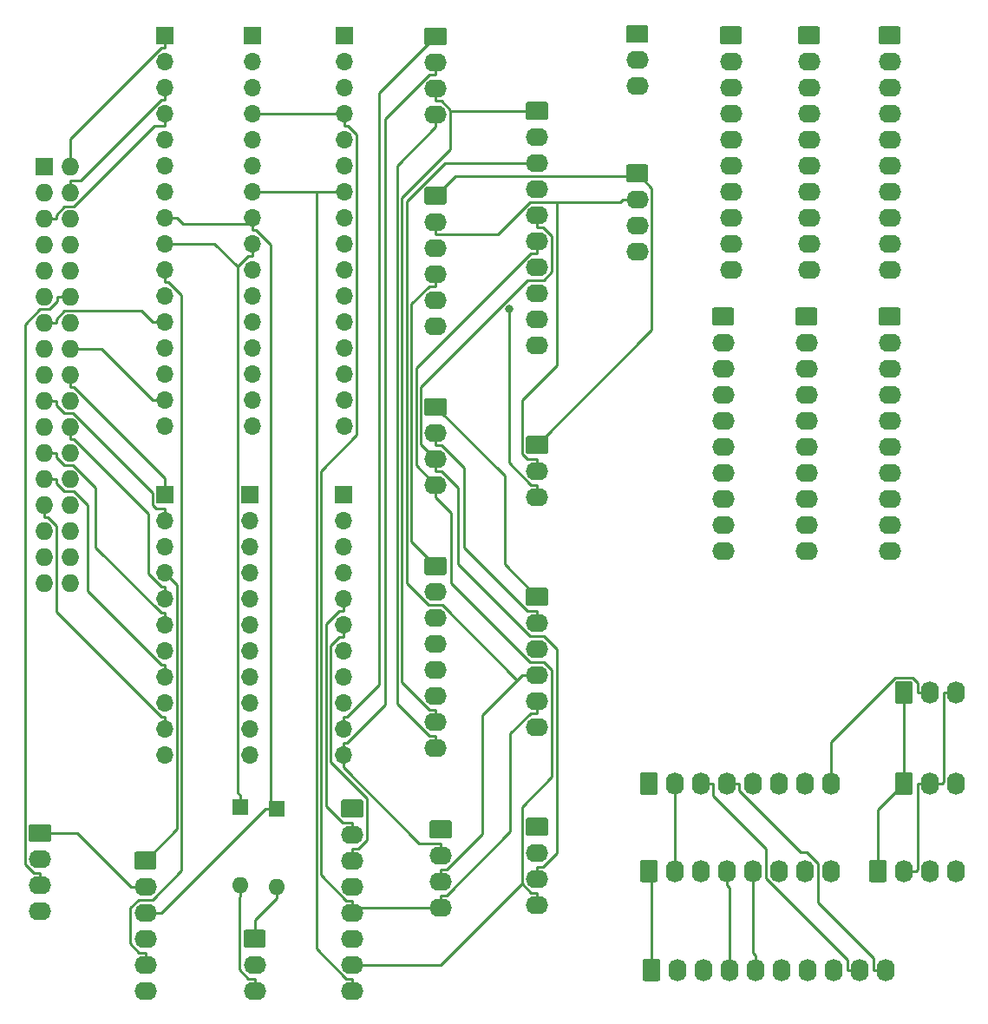
<source format=gbr>
G04 #@! TF.GenerationSoftware,KiCad,Pcbnew,(5.1.5-0-10_14)*
G04 #@! TF.CreationDate,2021-03-15T05:56:55+10:00*
G04 #@! TF.ProjectId,OH - Left Console - Input Distribution,4f48202d-204c-4656-9674-20436f6e736f,rev?*
G04 #@! TF.SameCoordinates,Original*
G04 #@! TF.FileFunction,Copper,L2,Bot*
G04 #@! TF.FilePolarity,Positive*
%FSLAX46Y46*%
G04 Gerber Fmt 4.6, Leading zero omitted, Abs format (unit mm)*
G04 Created by KiCad (PCBNEW (5.1.5-0-10_14)) date 2021-03-15 05:56:55*
%MOMM*%
%LPD*%
G04 APERTURE LIST*
%ADD10O,2.200000X1.740000*%
%ADD11C,0.100000*%
%ADD12O,1.740000X2.200000*%
%ADD13O,1.727200X1.727200*%
%ADD14R,1.727200X1.727200*%
%ADD15O,1.700000X1.700000*%
%ADD16R,1.700000X1.700000*%
%ADD17O,1.600000X1.600000*%
%ADD18R,1.600000X1.600000*%
%ADD19C,0.800000*%
%ADD20C,0.250000*%
G04 APERTURE END LIST*
D10*
X203073000Y-62865000D03*
X203073000Y-60325000D03*
X203073000Y-57785000D03*
X203073000Y-55245000D03*
X203073000Y-52705000D03*
X203073000Y-50165000D03*
X203073000Y-47625000D03*
X203073000Y-45085000D03*
X203073000Y-42545000D03*
G04 #@! TA.AperFunction,ComponentPad*
D11*
G36*
X203947505Y-39136204D02*
G01*
X203971773Y-39139804D01*
X203995572Y-39145765D01*
X204018671Y-39154030D01*
X204040850Y-39164520D01*
X204061893Y-39177132D01*
X204081599Y-39191747D01*
X204099777Y-39208223D01*
X204116253Y-39226401D01*
X204130868Y-39246107D01*
X204143480Y-39267150D01*
X204153970Y-39289329D01*
X204162235Y-39312428D01*
X204168196Y-39336227D01*
X204171796Y-39360495D01*
X204173000Y-39384999D01*
X204173000Y-40625001D01*
X204171796Y-40649505D01*
X204168196Y-40673773D01*
X204162235Y-40697572D01*
X204153970Y-40720671D01*
X204143480Y-40742850D01*
X204130868Y-40763893D01*
X204116253Y-40783599D01*
X204099777Y-40801777D01*
X204081599Y-40818253D01*
X204061893Y-40832868D01*
X204040850Y-40845480D01*
X204018671Y-40855970D01*
X203995572Y-40864235D01*
X203971773Y-40870196D01*
X203947505Y-40873796D01*
X203923001Y-40875000D01*
X202222999Y-40875000D01*
X202198495Y-40873796D01*
X202174227Y-40870196D01*
X202150428Y-40864235D01*
X202127329Y-40855970D01*
X202105150Y-40845480D01*
X202084107Y-40832868D01*
X202064401Y-40818253D01*
X202046223Y-40801777D01*
X202029747Y-40783599D01*
X202015132Y-40763893D01*
X202002520Y-40742850D01*
X201992030Y-40720671D01*
X201983765Y-40697572D01*
X201977804Y-40673773D01*
X201974204Y-40649505D01*
X201973000Y-40625001D01*
X201973000Y-39384999D01*
X201974204Y-39360495D01*
X201977804Y-39336227D01*
X201983765Y-39312428D01*
X201992030Y-39289329D01*
X202002520Y-39267150D01*
X202015132Y-39246107D01*
X202029747Y-39226401D01*
X202046223Y-39208223D01*
X202064401Y-39191747D01*
X202084107Y-39177132D01*
X202105150Y-39164520D01*
X202127329Y-39154030D01*
X202150428Y-39145765D01*
X202174227Y-39139804D01*
X202198495Y-39136204D01*
X202222999Y-39135000D01*
X203923001Y-39135000D01*
X203947505Y-39136204D01*
G37*
G04 #@! TD.AperFunction*
D10*
X202311000Y-90297000D03*
X202311000Y-87757000D03*
X202311000Y-85217000D03*
X202311000Y-82677000D03*
X202311000Y-80137000D03*
X202311000Y-77597000D03*
X202311000Y-75057000D03*
X202311000Y-72517000D03*
X202311000Y-69977000D03*
G04 #@! TA.AperFunction,ComponentPad*
D11*
G36*
X203185505Y-66568204D02*
G01*
X203209773Y-66571804D01*
X203233572Y-66577765D01*
X203256671Y-66586030D01*
X203278850Y-66596520D01*
X203299893Y-66609132D01*
X203319599Y-66623747D01*
X203337777Y-66640223D01*
X203354253Y-66658401D01*
X203368868Y-66678107D01*
X203381480Y-66699150D01*
X203391970Y-66721329D01*
X203400235Y-66744428D01*
X203406196Y-66768227D01*
X203409796Y-66792495D01*
X203411000Y-66816999D01*
X203411000Y-68057001D01*
X203409796Y-68081505D01*
X203406196Y-68105773D01*
X203400235Y-68129572D01*
X203391970Y-68152671D01*
X203381480Y-68174850D01*
X203368868Y-68195893D01*
X203354253Y-68215599D01*
X203337777Y-68233777D01*
X203319599Y-68250253D01*
X203299893Y-68264868D01*
X203278850Y-68277480D01*
X203256671Y-68287970D01*
X203233572Y-68296235D01*
X203209773Y-68302196D01*
X203185505Y-68305796D01*
X203161001Y-68307000D01*
X201460999Y-68307000D01*
X201436495Y-68305796D01*
X201412227Y-68302196D01*
X201388428Y-68296235D01*
X201365329Y-68287970D01*
X201343150Y-68277480D01*
X201322107Y-68264868D01*
X201302401Y-68250253D01*
X201284223Y-68233777D01*
X201267747Y-68215599D01*
X201253132Y-68195893D01*
X201240520Y-68174850D01*
X201230030Y-68152671D01*
X201221765Y-68129572D01*
X201215804Y-68105773D01*
X201212204Y-68081505D01*
X201211000Y-68057001D01*
X201211000Y-66816999D01*
X201212204Y-66792495D01*
X201215804Y-66768227D01*
X201221765Y-66744428D01*
X201230030Y-66721329D01*
X201240520Y-66699150D01*
X201253132Y-66678107D01*
X201267747Y-66658401D01*
X201284223Y-66640223D01*
X201302401Y-66623747D01*
X201322107Y-66609132D01*
X201343150Y-66596520D01*
X201365329Y-66586030D01*
X201388428Y-66577765D01*
X201412227Y-66571804D01*
X201436495Y-66568204D01*
X201460999Y-66567000D01*
X203161001Y-66567000D01*
X203185505Y-66568204D01*
G37*
G04 #@! TD.AperFunction*
D10*
X210693000Y-62865000D03*
X210693000Y-60325000D03*
X210693000Y-57785000D03*
X210693000Y-55245000D03*
X210693000Y-52705000D03*
X210693000Y-50165000D03*
X210693000Y-47625000D03*
X210693000Y-45085000D03*
X210693000Y-42545000D03*
G04 #@! TA.AperFunction,ComponentPad*
D11*
G36*
X211567505Y-39136204D02*
G01*
X211591773Y-39139804D01*
X211615572Y-39145765D01*
X211638671Y-39154030D01*
X211660850Y-39164520D01*
X211681893Y-39177132D01*
X211701599Y-39191747D01*
X211719777Y-39208223D01*
X211736253Y-39226401D01*
X211750868Y-39246107D01*
X211763480Y-39267150D01*
X211773970Y-39289329D01*
X211782235Y-39312428D01*
X211788196Y-39336227D01*
X211791796Y-39360495D01*
X211793000Y-39384999D01*
X211793000Y-40625001D01*
X211791796Y-40649505D01*
X211788196Y-40673773D01*
X211782235Y-40697572D01*
X211773970Y-40720671D01*
X211763480Y-40742850D01*
X211750868Y-40763893D01*
X211736253Y-40783599D01*
X211719777Y-40801777D01*
X211701599Y-40818253D01*
X211681893Y-40832868D01*
X211660850Y-40845480D01*
X211638671Y-40855970D01*
X211615572Y-40864235D01*
X211591773Y-40870196D01*
X211567505Y-40873796D01*
X211543001Y-40875000D01*
X209842999Y-40875000D01*
X209818495Y-40873796D01*
X209794227Y-40870196D01*
X209770428Y-40864235D01*
X209747329Y-40855970D01*
X209725150Y-40845480D01*
X209704107Y-40832868D01*
X209684401Y-40818253D01*
X209666223Y-40801777D01*
X209649747Y-40783599D01*
X209635132Y-40763893D01*
X209622520Y-40742850D01*
X209612030Y-40720671D01*
X209603765Y-40697572D01*
X209597804Y-40673773D01*
X209594204Y-40649505D01*
X209593000Y-40625001D01*
X209593000Y-39384999D01*
X209594204Y-39360495D01*
X209597804Y-39336227D01*
X209603765Y-39312428D01*
X209612030Y-39289329D01*
X209622520Y-39267150D01*
X209635132Y-39246107D01*
X209649747Y-39226401D01*
X209666223Y-39208223D01*
X209684401Y-39191747D01*
X209704107Y-39177132D01*
X209725150Y-39164520D01*
X209747329Y-39154030D01*
X209770428Y-39145765D01*
X209794227Y-39139804D01*
X209818495Y-39136204D01*
X209842999Y-39135000D01*
X211543001Y-39135000D01*
X211567505Y-39136204D01*
G37*
G04 #@! TD.AperFunction*
D10*
X218567000Y-90297000D03*
X218567000Y-87757000D03*
X218567000Y-85217000D03*
X218567000Y-82677000D03*
X218567000Y-80137000D03*
X218567000Y-77597000D03*
X218567000Y-75057000D03*
X218567000Y-72517000D03*
X218567000Y-69977000D03*
G04 #@! TA.AperFunction,ComponentPad*
D11*
G36*
X219441505Y-66568204D02*
G01*
X219465773Y-66571804D01*
X219489572Y-66577765D01*
X219512671Y-66586030D01*
X219534850Y-66596520D01*
X219555893Y-66609132D01*
X219575599Y-66623747D01*
X219593777Y-66640223D01*
X219610253Y-66658401D01*
X219624868Y-66678107D01*
X219637480Y-66699150D01*
X219647970Y-66721329D01*
X219656235Y-66744428D01*
X219662196Y-66768227D01*
X219665796Y-66792495D01*
X219667000Y-66816999D01*
X219667000Y-68057001D01*
X219665796Y-68081505D01*
X219662196Y-68105773D01*
X219656235Y-68129572D01*
X219647970Y-68152671D01*
X219637480Y-68174850D01*
X219624868Y-68195893D01*
X219610253Y-68215599D01*
X219593777Y-68233777D01*
X219575599Y-68250253D01*
X219555893Y-68264868D01*
X219534850Y-68277480D01*
X219512671Y-68287970D01*
X219489572Y-68296235D01*
X219465773Y-68302196D01*
X219441505Y-68305796D01*
X219417001Y-68307000D01*
X217716999Y-68307000D01*
X217692495Y-68305796D01*
X217668227Y-68302196D01*
X217644428Y-68296235D01*
X217621329Y-68287970D01*
X217599150Y-68277480D01*
X217578107Y-68264868D01*
X217558401Y-68250253D01*
X217540223Y-68233777D01*
X217523747Y-68215599D01*
X217509132Y-68195893D01*
X217496520Y-68174850D01*
X217486030Y-68152671D01*
X217477765Y-68129572D01*
X217471804Y-68105773D01*
X217468204Y-68081505D01*
X217467000Y-68057001D01*
X217467000Y-66816999D01*
X217468204Y-66792495D01*
X217471804Y-66768227D01*
X217477765Y-66744428D01*
X217486030Y-66721329D01*
X217496520Y-66699150D01*
X217509132Y-66678107D01*
X217523747Y-66658401D01*
X217540223Y-66640223D01*
X217558401Y-66623747D01*
X217578107Y-66609132D01*
X217599150Y-66596520D01*
X217621329Y-66586030D01*
X217644428Y-66577765D01*
X217668227Y-66571804D01*
X217692495Y-66568204D01*
X217716999Y-66567000D01*
X219417001Y-66567000D01*
X219441505Y-66568204D01*
G37*
G04 #@! TD.AperFunction*
D10*
X218567000Y-62865000D03*
X218567000Y-60325000D03*
X218567000Y-57785000D03*
X218567000Y-55245000D03*
X218567000Y-52705000D03*
X218567000Y-50165000D03*
X218567000Y-47625000D03*
X218567000Y-45085000D03*
X218567000Y-42545000D03*
G04 #@! TA.AperFunction,ComponentPad*
D11*
G36*
X219441505Y-39136204D02*
G01*
X219465773Y-39139804D01*
X219489572Y-39145765D01*
X219512671Y-39154030D01*
X219534850Y-39164520D01*
X219555893Y-39177132D01*
X219575599Y-39191747D01*
X219593777Y-39208223D01*
X219610253Y-39226401D01*
X219624868Y-39246107D01*
X219637480Y-39267150D01*
X219647970Y-39289329D01*
X219656235Y-39312428D01*
X219662196Y-39336227D01*
X219665796Y-39360495D01*
X219667000Y-39384999D01*
X219667000Y-40625001D01*
X219665796Y-40649505D01*
X219662196Y-40673773D01*
X219656235Y-40697572D01*
X219647970Y-40720671D01*
X219637480Y-40742850D01*
X219624868Y-40763893D01*
X219610253Y-40783599D01*
X219593777Y-40801777D01*
X219575599Y-40818253D01*
X219555893Y-40832868D01*
X219534850Y-40845480D01*
X219512671Y-40855970D01*
X219489572Y-40864235D01*
X219465773Y-40870196D01*
X219441505Y-40873796D01*
X219417001Y-40875000D01*
X217716999Y-40875000D01*
X217692495Y-40873796D01*
X217668227Y-40870196D01*
X217644428Y-40864235D01*
X217621329Y-40855970D01*
X217599150Y-40845480D01*
X217578107Y-40832868D01*
X217558401Y-40818253D01*
X217540223Y-40801777D01*
X217523747Y-40783599D01*
X217509132Y-40763893D01*
X217496520Y-40742850D01*
X217486030Y-40720671D01*
X217477765Y-40697572D01*
X217471804Y-40673773D01*
X217468204Y-40649505D01*
X217467000Y-40625001D01*
X217467000Y-39384999D01*
X217468204Y-39360495D01*
X217471804Y-39336227D01*
X217477765Y-39312428D01*
X217486030Y-39289329D01*
X217496520Y-39267150D01*
X217509132Y-39246107D01*
X217523747Y-39226401D01*
X217540223Y-39208223D01*
X217558401Y-39191747D01*
X217578107Y-39177132D01*
X217599150Y-39164520D01*
X217621329Y-39154030D01*
X217644428Y-39145765D01*
X217668227Y-39139804D01*
X217692495Y-39136204D01*
X217716999Y-39135000D01*
X219417001Y-39135000D01*
X219441505Y-39136204D01*
G37*
G04 #@! TD.AperFunction*
D10*
X210439000Y-90297000D03*
X210439000Y-87757000D03*
X210439000Y-85217000D03*
X210439000Y-82677000D03*
X210439000Y-80137000D03*
X210439000Y-77597000D03*
X210439000Y-75057000D03*
X210439000Y-72517000D03*
X210439000Y-69977000D03*
G04 #@! TA.AperFunction,ComponentPad*
D11*
G36*
X211313505Y-66568204D02*
G01*
X211337773Y-66571804D01*
X211361572Y-66577765D01*
X211384671Y-66586030D01*
X211406850Y-66596520D01*
X211427893Y-66609132D01*
X211447599Y-66623747D01*
X211465777Y-66640223D01*
X211482253Y-66658401D01*
X211496868Y-66678107D01*
X211509480Y-66699150D01*
X211519970Y-66721329D01*
X211528235Y-66744428D01*
X211534196Y-66768227D01*
X211537796Y-66792495D01*
X211539000Y-66816999D01*
X211539000Y-68057001D01*
X211537796Y-68081505D01*
X211534196Y-68105773D01*
X211528235Y-68129572D01*
X211519970Y-68152671D01*
X211509480Y-68174850D01*
X211496868Y-68195893D01*
X211482253Y-68215599D01*
X211465777Y-68233777D01*
X211447599Y-68250253D01*
X211427893Y-68264868D01*
X211406850Y-68277480D01*
X211384671Y-68287970D01*
X211361572Y-68296235D01*
X211337773Y-68302196D01*
X211313505Y-68305796D01*
X211289001Y-68307000D01*
X209588999Y-68307000D01*
X209564495Y-68305796D01*
X209540227Y-68302196D01*
X209516428Y-68296235D01*
X209493329Y-68287970D01*
X209471150Y-68277480D01*
X209450107Y-68264868D01*
X209430401Y-68250253D01*
X209412223Y-68233777D01*
X209395747Y-68215599D01*
X209381132Y-68195893D01*
X209368520Y-68174850D01*
X209358030Y-68152671D01*
X209349765Y-68129572D01*
X209343804Y-68105773D01*
X209340204Y-68081505D01*
X209339000Y-68057001D01*
X209339000Y-66816999D01*
X209340204Y-66792495D01*
X209343804Y-66768227D01*
X209349765Y-66744428D01*
X209358030Y-66721329D01*
X209368520Y-66699150D01*
X209381132Y-66678107D01*
X209395747Y-66658401D01*
X209412223Y-66640223D01*
X209430401Y-66623747D01*
X209450107Y-66609132D01*
X209471150Y-66596520D01*
X209493329Y-66586030D01*
X209516428Y-66577765D01*
X209540227Y-66571804D01*
X209564495Y-66568204D01*
X209588999Y-66567000D01*
X211289001Y-66567000D01*
X211313505Y-66568204D01*
G37*
G04 #@! TD.AperFunction*
D10*
X174244000Y-47752000D03*
X174244000Y-45212000D03*
X174244000Y-42672000D03*
G04 #@! TA.AperFunction,ComponentPad*
D11*
G36*
X175118505Y-39263204D02*
G01*
X175142773Y-39266804D01*
X175166572Y-39272765D01*
X175189671Y-39281030D01*
X175211850Y-39291520D01*
X175232893Y-39304132D01*
X175252599Y-39318747D01*
X175270777Y-39335223D01*
X175287253Y-39353401D01*
X175301868Y-39373107D01*
X175314480Y-39394150D01*
X175324970Y-39416329D01*
X175333235Y-39439428D01*
X175339196Y-39463227D01*
X175342796Y-39487495D01*
X175344000Y-39511999D01*
X175344000Y-40752001D01*
X175342796Y-40776505D01*
X175339196Y-40800773D01*
X175333235Y-40824572D01*
X175324970Y-40847671D01*
X175314480Y-40869850D01*
X175301868Y-40890893D01*
X175287253Y-40910599D01*
X175270777Y-40928777D01*
X175252599Y-40945253D01*
X175232893Y-40959868D01*
X175211850Y-40972480D01*
X175189671Y-40982970D01*
X175166572Y-40991235D01*
X175142773Y-40997196D01*
X175118505Y-41000796D01*
X175094001Y-41002000D01*
X173393999Y-41002000D01*
X173369495Y-41000796D01*
X173345227Y-40997196D01*
X173321428Y-40991235D01*
X173298329Y-40982970D01*
X173276150Y-40972480D01*
X173255107Y-40959868D01*
X173235401Y-40945253D01*
X173217223Y-40928777D01*
X173200747Y-40910599D01*
X173186132Y-40890893D01*
X173173520Y-40869850D01*
X173163030Y-40847671D01*
X173154765Y-40824572D01*
X173148804Y-40800773D01*
X173145204Y-40776505D01*
X173144000Y-40752001D01*
X173144000Y-39511999D01*
X173145204Y-39487495D01*
X173148804Y-39463227D01*
X173154765Y-39439428D01*
X173163030Y-39416329D01*
X173173520Y-39394150D01*
X173186132Y-39373107D01*
X173200747Y-39353401D01*
X173217223Y-39335223D01*
X173235401Y-39318747D01*
X173255107Y-39304132D01*
X173276150Y-39291520D01*
X173298329Y-39281030D01*
X173321428Y-39272765D01*
X173345227Y-39266804D01*
X173369495Y-39263204D01*
X173393999Y-39262000D01*
X175094001Y-39262000D01*
X175118505Y-39263204D01*
G37*
G04 #@! TD.AperFunction*
D10*
X156591000Y-133223000D03*
X156591000Y-130683000D03*
G04 #@! TA.AperFunction,ComponentPad*
D11*
G36*
X157465505Y-127274204D02*
G01*
X157489773Y-127277804D01*
X157513572Y-127283765D01*
X157536671Y-127292030D01*
X157558850Y-127302520D01*
X157579893Y-127315132D01*
X157599599Y-127329747D01*
X157617777Y-127346223D01*
X157634253Y-127364401D01*
X157648868Y-127384107D01*
X157661480Y-127405150D01*
X157671970Y-127427329D01*
X157680235Y-127450428D01*
X157686196Y-127474227D01*
X157689796Y-127498495D01*
X157691000Y-127522999D01*
X157691000Y-128763001D01*
X157689796Y-128787505D01*
X157686196Y-128811773D01*
X157680235Y-128835572D01*
X157671970Y-128858671D01*
X157661480Y-128880850D01*
X157648868Y-128901893D01*
X157634253Y-128921599D01*
X157617777Y-128939777D01*
X157599599Y-128956253D01*
X157579893Y-128970868D01*
X157558850Y-128983480D01*
X157536671Y-128993970D01*
X157513572Y-129002235D01*
X157489773Y-129008196D01*
X157465505Y-129011796D01*
X157441001Y-129013000D01*
X155740999Y-129013000D01*
X155716495Y-129011796D01*
X155692227Y-129008196D01*
X155668428Y-129002235D01*
X155645329Y-128993970D01*
X155623150Y-128983480D01*
X155602107Y-128970868D01*
X155582401Y-128956253D01*
X155564223Y-128939777D01*
X155547747Y-128921599D01*
X155533132Y-128901893D01*
X155520520Y-128880850D01*
X155510030Y-128858671D01*
X155501765Y-128835572D01*
X155495804Y-128811773D01*
X155492204Y-128787505D01*
X155491000Y-128763001D01*
X155491000Y-127522999D01*
X155492204Y-127498495D01*
X155495804Y-127474227D01*
X155501765Y-127450428D01*
X155510030Y-127427329D01*
X155520520Y-127405150D01*
X155533132Y-127384107D01*
X155547747Y-127364401D01*
X155564223Y-127346223D01*
X155582401Y-127329747D01*
X155602107Y-127315132D01*
X155623150Y-127302520D01*
X155645329Y-127292030D01*
X155668428Y-127283765D01*
X155692227Y-127277804D01*
X155716495Y-127274204D01*
X155740999Y-127273000D01*
X157441001Y-127273000D01*
X157465505Y-127274204D01*
G37*
G04 #@! TD.AperFunction*
D12*
X225044000Y-113030000D03*
X222504000Y-113030000D03*
G04 #@! TA.AperFunction,ComponentPad*
D11*
G36*
X220608505Y-111931204D02*
G01*
X220632773Y-111934804D01*
X220656572Y-111940765D01*
X220679671Y-111949030D01*
X220701850Y-111959520D01*
X220722893Y-111972132D01*
X220742599Y-111986747D01*
X220760777Y-112003223D01*
X220777253Y-112021401D01*
X220791868Y-112041107D01*
X220804480Y-112062150D01*
X220814970Y-112084329D01*
X220823235Y-112107428D01*
X220829196Y-112131227D01*
X220832796Y-112155495D01*
X220834000Y-112179999D01*
X220834000Y-113880001D01*
X220832796Y-113904505D01*
X220829196Y-113928773D01*
X220823235Y-113952572D01*
X220814970Y-113975671D01*
X220804480Y-113997850D01*
X220791868Y-114018893D01*
X220777253Y-114038599D01*
X220760777Y-114056777D01*
X220742599Y-114073253D01*
X220722893Y-114087868D01*
X220701850Y-114100480D01*
X220679671Y-114110970D01*
X220656572Y-114119235D01*
X220632773Y-114125196D01*
X220608505Y-114128796D01*
X220584001Y-114130000D01*
X219343999Y-114130000D01*
X219319495Y-114128796D01*
X219295227Y-114125196D01*
X219271428Y-114119235D01*
X219248329Y-114110970D01*
X219226150Y-114100480D01*
X219205107Y-114087868D01*
X219185401Y-114073253D01*
X219167223Y-114056777D01*
X219150747Y-114038599D01*
X219136132Y-114018893D01*
X219123520Y-113997850D01*
X219113030Y-113975671D01*
X219104765Y-113952572D01*
X219098804Y-113928773D01*
X219095204Y-113904505D01*
X219094000Y-113880001D01*
X219094000Y-112179999D01*
X219095204Y-112155495D01*
X219098804Y-112131227D01*
X219104765Y-112107428D01*
X219113030Y-112084329D01*
X219123520Y-112062150D01*
X219136132Y-112041107D01*
X219150747Y-112021401D01*
X219167223Y-112003223D01*
X219185401Y-111986747D01*
X219205107Y-111972132D01*
X219226150Y-111959520D01*
X219248329Y-111949030D01*
X219271428Y-111940765D01*
X219295227Y-111934804D01*
X219319495Y-111931204D01*
X219343999Y-111930000D01*
X220584001Y-111930000D01*
X220608505Y-111931204D01*
G37*
G04 #@! TD.AperFunction*
D10*
X174752000Y-125095000D03*
X174752000Y-122555000D03*
X174752000Y-120015000D03*
G04 #@! TA.AperFunction,ComponentPad*
D11*
G36*
X175626505Y-116606204D02*
G01*
X175650773Y-116609804D01*
X175674572Y-116615765D01*
X175697671Y-116624030D01*
X175719850Y-116634520D01*
X175740893Y-116647132D01*
X175760599Y-116661747D01*
X175778777Y-116678223D01*
X175795253Y-116696401D01*
X175809868Y-116716107D01*
X175822480Y-116737150D01*
X175832970Y-116759329D01*
X175841235Y-116782428D01*
X175847196Y-116806227D01*
X175850796Y-116830495D01*
X175852000Y-116854999D01*
X175852000Y-118095001D01*
X175850796Y-118119505D01*
X175847196Y-118143773D01*
X175841235Y-118167572D01*
X175832970Y-118190671D01*
X175822480Y-118212850D01*
X175809868Y-118233893D01*
X175795253Y-118253599D01*
X175778777Y-118271777D01*
X175760599Y-118288253D01*
X175740893Y-118302868D01*
X175719850Y-118315480D01*
X175697671Y-118325970D01*
X175674572Y-118334235D01*
X175650773Y-118340196D01*
X175626505Y-118343796D01*
X175602001Y-118345000D01*
X173901999Y-118345000D01*
X173877495Y-118343796D01*
X173853227Y-118340196D01*
X173829428Y-118334235D01*
X173806329Y-118325970D01*
X173784150Y-118315480D01*
X173763107Y-118302868D01*
X173743401Y-118288253D01*
X173725223Y-118271777D01*
X173708747Y-118253599D01*
X173694132Y-118233893D01*
X173681520Y-118212850D01*
X173671030Y-118190671D01*
X173662765Y-118167572D01*
X173656804Y-118143773D01*
X173653204Y-118119505D01*
X173652000Y-118095001D01*
X173652000Y-116854999D01*
X173653204Y-116830495D01*
X173656804Y-116806227D01*
X173662765Y-116782428D01*
X173671030Y-116759329D01*
X173681520Y-116737150D01*
X173694132Y-116716107D01*
X173708747Y-116696401D01*
X173725223Y-116678223D01*
X173743401Y-116661747D01*
X173763107Y-116647132D01*
X173784150Y-116634520D01*
X173806329Y-116624030D01*
X173829428Y-116615765D01*
X173853227Y-116609804D01*
X173877495Y-116606204D01*
X173901999Y-116605000D01*
X175602001Y-116605000D01*
X175626505Y-116606204D01*
G37*
G04 #@! TD.AperFunction*
D10*
X184150000Y-124841000D03*
X184150000Y-122301000D03*
X184150000Y-119761000D03*
G04 #@! TA.AperFunction,ComponentPad*
D11*
G36*
X185024505Y-116352204D02*
G01*
X185048773Y-116355804D01*
X185072572Y-116361765D01*
X185095671Y-116370030D01*
X185117850Y-116380520D01*
X185138893Y-116393132D01*
X185158599Y-116407747D01*
X185176777Y-116424223D01*
X185193253Y-116442401D01*
X185207868Y-116462107D01*
X185220480Y-116483150D01*
X185230970Y-116505329D01*
X185239235Y-116528428D01*
X185245196Y-116552227D01*
X185248796Y-116576495D01*
X185250000Y-116600999D01*
X185250000Y-117841001D01*
X185248796Y-117865505D01*
X185245196Y-117889773D01*
X185239235Y-117913572D01*
X185230970Y-117936671D01*
X185220480Y-117958850D01*
X185207868Y-117979893D01*
X185193253Y-117999599D01*
X185176777Y-118017777D01*
X185158599Y-118034253D01*
X185138893Y-118048868D01*
X185117850Y-118061480D01*
X185095671Y-118071970D01*
X185072572Y-118080235D01*
X185048773Y-118086196D01*
X185024505Y-118089796D01*
X185000001Y-118091000D01*
X183299999Y-118091000D01*
X183275495Y-118089796D01*
X183251227Y-118086196D01*
X183227428Y-118080235D01*
X183204329Y-118071970D01*
X183182150Y-118061480D01*
X183161107Y-118048868D01*
X183141401Y-118034253D01*
X183123223Y-118017777D01*
X183106747Y-117999599D01*
X183092132Y-117979893D01*
X183079520Y-117958850D01*
X183069030Y-117936671D01*
X183060765Y-117913572D01*
X183054804Y-117889773D01*
X183051204Y-117865505D01*
X183050000Y-117841001D01*
X183050000Y-116600999D01*
X183051204Y-116576495D01*
X183054804Y-116552227D01*
X183060765Y-116528428D01*
X183069030Y-116505329D01*
X183079520Y-116483150D01*
X183092132Y-116462107D01*
X183106747Y-116442401D01*
X183123223Y-116424223D01*
X183141401Y-116407747D01*
X183161107Y-116393132D01*
X183182150Y-116380520D01*
X183204329Y-116370030D01*
X183227428Y-116361765D01*
X183251227Y-116355804D01*
X183275495Y-116352204D01*
X183299999Y-116351000D01*
X185000001Y-116351000D01*
X185024505Y-116352204D01*
G37*
G04 #@! TD.AperFunction*
D12*
X218186000Y-131191000D03*
X215646000Y-131191000D03*
X213106000Y-131191000D03*
X210566000Y-131191000D03*
X208026000Y-131191000D03*
X205486000Y-131191000D03*
X202946000Y-131191000D03*
X200406000Y-131191000D03*
X197866000Y-131191000D03*
G04 #@! TA.AperFunction,ComponentPad*
D11*
G36*
X195970505Y-130092204D02*
G01*
X195994773Y-130095804D01*
X196018572Y-130101765D01*
X196041671Y-130110030D01*
X196063850Y-130120520D01*
X196084893Y-130133132D01*
X196104599Y-130147747D01*
X196122777Y-130164223D01*
X196139253Y-130182401D01*
X196153868Y-130202107D01*
X196166480Y-130223150D01*
X196176970Y-130245329D01*
X196185235Y-130268428D01*
X196191196Y-130292227D01*
X196194796Y-130316495D01*
X196196000Y-130340999D01*
X196196000Y-132041001D01*
X196194796Y-132065505D01*
X196191196Y-132089773D01*
X196185235Y-132113572D01*
X196176970Y-132136671D01*
X196166480Y-132158850D01*
X196153868Y-132179893D01*
X196139253Y-132199599D01*
X196122777Y-132217777D01*
X196104599Y-132234253D01*
X196084893Y-132248868D01*
X196063850Y-132261480D01*
X196041671Y-132271970D01*
X196018572Y-132280235D01*
X195994773Y-132286196D01*
X195970505Y-132289796D01*
X195946001Y-132291000D01*
X194705999Y-132291000D01*
X194681495Y-132289796D01*
X194657227Y-132286196D01*
X194633428Y-132280235D01*
X194610329Y-132271970D01*
X194588150Y-132261480D01*
X194567107Y-132248868D01*
X194547401Y-132234253D01*
X194529223Y-132217777D01*
X194512747Y-132199599D01*
X194498132Y-132179893D01*
X194485520Y-132158850D01*
X194475030Y-132136671D01*
X194466765Y-132113572D01*
X194460804Y-132089773D01*
X194457204Y-132065505D01*
X194456000Y-132041001D01*
X194456000Y-130340999D01*
X194457204Y-130316495D01*
X194460804Y-130292227D01*
X194466765Y-130268428D01*
X194475030Y-130245329D01*
X194485520Y-130223150D01*
X194498132Y-130202107D01*
X194512747Y-130182401D01*
X194529223Y-130164223D01*
X194547401Y-130147747D01*
X194567107Y-130133132D01*
X194588150Y-130120520D01*
X194610329Y-130110030D01*
X194633428Y-130101765D01*
X194657227Y-130095804D01*
X194681495Y-130092204D01*
X194705999Y-130091000D01*
X195946001Y-130091000D01*
X195970505Y-130092204D01*
G37*
G04 #@! TD.AperFunction*
D10*
X184150000Y-85047700D03*
X184150000Y-82507700D03*
G04 #@! TA.AperFunction,ComponentPad*
D11*
G36*
X185024505Y-79098904D02*
G01*
X185048773Y-79102504D01*
X185072572Y-79108465D01*
X185095671Y-79116730D01*
X185117850Y-79127220D01*
X185138893Y-79139832D01*
X185158599Y-79154447D01*
X185176777Y-79170923D01*
X185193253Y-79189101D01*
X185207868Y-79208807D01*
X185220480Y-79229850D01*
X185230970Y-79252029D01*
X185239235Y-79275128D01*
X185245196Y-79298927D01*
X185248796Y-79323195D01*
X185250000Y-79347699D01*
X185250000Y-80587701D01*
X185248796Y-80612205D01*
X185245196Y-80636473D01*
X185239235Y-80660272D01*
X185230970Y-80683371D01*
X185220480Y-80705550D01*
X185207868Y-80726593D01*
X185193253Y-80746299D01*
X185176777Y-80764477D01*
X185158599Y-80780953D01*
X185138893Y-80795568D01*
X185117850Y-80808180D01*
X185095671Y-80818670D01*
X185072572Y-80826935D01*
X185048773Y-80832896D01*
X185024505Y-80836496D01*
X185000001Y-80837700D01*
X183299999Y-80837700D01*
X183275495Y-80836496D01*
X183251227Y-80832896D01*
X183227428Y-80826935D01*
X183204329Y-80818670D01*
X183182150Y-80808180D01*
X183161107Y-80795568D01*
X183141401Y-80780953D01*
X183123223Y-80764477D01*
X183106747Y-80746299D01*
X183092132Y-80726593D01*
X183079520Y-80705550D01*
X183069030Y-80683371D01*
X183060765Y-80660272D01*
X183054804Y-80636473D01*
X183051204Y-80612205D01*
X183050000Y-80587701D01*
X183050000Y-79347699D01*
X183051204Y-79323195D01*
X183054804Y-79298927D01*
X183060765Y-79275128D01*
X183069030Y-79252029D01*
X183079520Y-79229850D01*
X183092132Y-79208807D01*
X183106747Y-79189101D01*
X183123223Y-79170923D01*
X183141401Y-79154447D01*
X183161107Y-79139832D01*
X183182150Y-79127220D01*
X183204329Y-79116730D01*
X183227428Y-79108465D01*
X183251227Y-79102504D01*
X183275495Y-79098904D01*
X183299999Y-79097700D01*
X185000001Y-79097700D01*
X185024505Y-79098904D01*
G37*
G04 #@! TD.AperFunction*
D10*
X184150000Y-70231000D03*
X184150000Y-67691000D03*
X184150000Y-65151000D03*
X184150000Y-62611000D03*
X184150000Y-60071000D03*
X184150000Y-57531000D03*
X184150000Y-54991000D03*
X184150000Y-52451000D03*
X184150000Y-49911000D03*
G04 #@! TA.AperFunction,ComponentPad*
D11*
G36*
X185024505Y-46502204D02*
G01*
X185048773Y-46505804D01*
X185072572Y-46511765D01*
X185095671Y-46520030D01*
X185117850Y-46530520D01*
X185138893Y-46543132D01*
X185158599Y-46557747D01*
X185176777Y-46574223D01*
X185193253Y-46592401D01*
X185207868Y-46612107D01*
X185220480Y-46633150D01*
X185230970Y-46655329D01*
X185239235Y-46678428D01*
X185245196Y-46702227D01*
X185248796Y-46726495D01*
X185250000Y-46750999D01*
X185250000Y-47991001D01*
X185248796Y-48015505D01*
X185245196Y-48039773D01*
X185239235Y-48063572D01*
X185230970Y-48086671D01*
X185220480Y-48108850D01*
X185207868Y-48129893D01*
X185193253Y-48149599D01*
X185176777Y-48167777D01*
X185158599Y-48184253D01*
X185138893Y-48198868D01*
X185117850Y-48211480D01*
X185095671Y-48221970D01*
X185072572Y-48230235D01*
X185048773Y-48236196D01*
X185024505Y-48239796D01*
X185000001Y-48241000D01*
X183299999Y-48241000D01*
X183275495Y-48239796D01*
X183251227Y-48236196D01*
X183227428Y-48230235D01*
X183204329Y-48221970D01*
X183182150Y-48211480D01*
X183161107Y-48198868D01*
X183141401Y-48184253D01*
X183123223Y-48167777D01*
X183106747Y-48149599D01*
X183092132Y-48129893D01*
X183079520Y-48108850D01*
X183069030Y-48086671D01*
X183060765Y-48063572D01*
X183054804Y-48039773D01*
X183051204Y-48015505D01*
X183050000Y-47991001D01*
X183050000Y-46750999D01*
X183051204Y-46726495D01*
X183054804Y-46702227D01*
X183060765Y-46678428D01*
X183069030Y-46655329D01*
X183079520Y-46633150D01*
X183092132Y-46612107D01*
X183106747Y-46592401D01*
X183123223Y-46574223D01*
X183141401Y-46557747D01*
X183161107Y-46543132D01*
X183182150Y-46530520D01*
X183204329Y-46520030D01*
X183227428Y-46511765D01*
X183251227Y-46505804D01*
X183275495Y-46502204D01*
X183299999Y-46501000D01*
X185000001Y-46501000D01*
X185024505Y-46502204D01*
G37*
G04 #@! TD.AperFunction*
D12*
X225044000Y-104140000D03*
X222504000Y-104140000D03*
G04 #@! TA.AperFunction,ComponentPad*
D11*
G36*
X220608505Y-103041204D02*
G01*
X220632773Y-103044804D01*
X220656572Y-103050765D01*
X220679671Y-103059030D01*
X220701850Y-103069520D01*
X220722893Y-103082132D01*
X220742599Y-103096747D01*
X220760777Y-103113223D01*
X220777253Y-103131401D01*
X220791868Y-103151107D01*
X220804480Y-103172150D01*
X220814970Y-103194329D01*
X220823235Y-103217428D01*
X220829196Y-103241227D01*
X220832796Y-103265495D01*
X220834000Y-103289999D01*
X220834000Y-104990001D01*
X220832796Y-105014505D01*
X220829196Y-105038773D01*
X220823235Y-105062572D01*
X220814970Y-105085671D01*
X220804480Y-105107850D01*
X220791868Y-105128893D01*
X220777253Y-105148599D01*
X220760777Y-105166777D01*
X220742599Y-105183253D01*
X220722893Y-105197868D01*
X220701850Y-105210480D01*
X220679671Y-105220970D01*
X220656572Y-105229235D01*
X220632773Y-105235196D01*
X220608505Y-105238796D01*
X220584001Y-105240000D01*
X219343999Y-105240000D01*
X219319495Y-105238796D01*
X219295227Y-105235196D01*
X219271428Y-105229235D01*
X219248329Y-105220970D01*
X219226150Y-105210480D01*
X219205107Y-105197868D01*
X219185401Y-105183253D01*
X219167223Y-105166777D01*
X219150747Y-105148599D01*
X219136132Y-105128893D01*
X219123520Y-105107850D01*
X219113030Y-105085671D01*
X219104765Y-105062572D01*
X219098804Y-105038773D01*
X219095204Y-105014505D01*
X219094000Y-104990001D01*
X219094000Y-103289999D01*
X219095204Y-103265495D01*
X219098804Y-103241227D01*
X219104765Y-103217428D01*
X219113030Y-103194329D01*
X219123520Y-103172150D01*
X219136132Y-103151107D01*
X219150747Y-103131401D01*
X219167223Y-103113223D01*
X219185401Y-103096747D01*
X219205107Y-103082132D01*
X219226150Y-103069520D01*
X219248329Y-103059030D01*
X219271428Y-103050765D01*
X219295227Y-103044804D01*
X219319495Y-103041204D01*
X219343999Y-103040000D01*
X220584001Y-103040000D01*
X220608505Y-103041204D01*
G37*
G04 #@! TD.AperFunction*
D10*
X193929000Y-44958000D03*
X193929000Y-42418000D03*
G04 #@! TA.AperFunction,ComponentPad*
D11*
G36*
X194803505Y-39009204D02*
G01*
X194827773Y-39012804D01*
X194851572Y-39018765D01*
X194874671Y-39027030D01*
X194896850Y-39037520D01*
X194917893Y-39050132D01*
X194937599Y-39064747D01*
X194955777Y-39081223D01*
X194972253Y-39099401D01*
X194986868Y-39119107D01*
X194999480Y-39140150D01*
X195009970Y-39162329D01*
X195018235Y-39185428D01*
X195024196Y-39209227D01*
X195027796Y-39233495D01*
X195029000Y-39257999D01*
X195029000Y-40498001D01*
X195027796Y-40522505D01*
X195024196Y-40546773D01*
X195018235Y-40570572D01*
X195009970Y-40593671D01*
X194999480Y-40615850D01*
X194986868Y-40636893D01*
X194972253Y-40656599D01*
X194955777Y-40674777D01*
X194937599Y-40691253D01*
X194917893Y-40705868D01*
X194896850Y-40718480D01*
X194874671Y-40728970D01*
X194851572Y-40737235D01*
X194827773Y-40743196D01*
X194803505Y-40746796D01*
X194779001Y-40748000D01*
X193078999Y-40748000D01*
X193054495Y-40746796D01*
X193030227Y-40743196D01*
X193006428Y-40737235D01*
X192983329Y-40728970D01*
X192961150Y-40718480D01*
X192940107Y-40705868D01*
X192920401Y-40691253D01*
X192902223Y-40674777D01*
X192885747Y-40656599D01*
X192871132Y-40636893D01*
X192858520Y-40615850D01*
X192848030Y-40593671D01*
X192839765Y-40570572D01*
X192833804Y-40546773D01*
X192830204Y-40522505D01*
X192829000Y-40498001D01*
X192829000Y-39257999D01*
X192830204Y-39233495D01*
X192833804Y-39209227D01*
X192839765Y-39185428D01*
X192848030Y-39162329D01*
X192858520Y-39140150D01*
X192871132Y-39119107D01*
X192885747Y-39099401D01*
X192902223Y-39081223D01*
X192920401Y-39064747D01*
X192940107Y-39050132D01*
X192961150Y-39037520D01*
X192983329Y-39027030D01*
X193006428Y-39018765D01*
X193030227Y-39012804D01*
X193054495Y-39009204D01*
X193078999Y-39008000D01*
X194779001Y-39008000D01*
X194803505Y-39009204D01*
G37*
G04 #@! TD.AperFunction*
D10*
X193929000Y-61087000D03*
X193929000Y-58547000D03*
X193929000Y-56007000D03*
G04 #@! TA.AperFunction,ComponentPad*
D11*
G36*
X194803505Y-52598204D02*
G01*
X194827773Y-52601804D01*
X194851572Y-52607765D01*
X194874671Y-52616030D01*
X194896850Y-52626520D01*
X194917893Y-52639132D01*
X194937599Y-52653747D01*
X194955777Y-52670223D01*
X194972253Y-52688401D01*
X194986868Y-52708107D01*
X194999480Y-52729150D01*
X195009970Y-52751329D01*
X195018235Y-52774428D01*
X195024196Y-52798227D01*
X195027796Y-52822495D01*
X195029000Y-52846999D01*
X195029000Y-54087001D01*
X195027796Y-54111505D01*
X195024196Y-54135773D01*
X195018235Y-54159572D01*
X195009970Y-54182671D01*
X194999480Y-54204850D01*
X194986868Y-54225893D01*
X194972253Y-54245599D01*
X194955777Y-54263777D01*
X194937599Y-54280253D01*
X194917893Y-54294868D01*
X194896850Y-54307480D01*
X194874671Y-54317970D01*
X194851572Y-54326235D01*
X194827773Y-54332196D01*
X194803505Y-54335796D01*
X194779001Y-54337000D01*
X193078999Y-54337000D01*
X193054495Y-54335796D01*
X193030227Y-54332196D01*
X193006428Y-54326235D01*
X192983329Y-54317970D01*
X192961150Y-54307480D01*
X192940107Y-54294868D01*
X192920401Y-54280253D01*
X192902223Y-54263777D01*
X192885747Y-54245599D01*
X192871132Y-54225893D01*
X192858520Y-54204850D01*
X192848030Y-54182671D01*
X192839765Y-54159572D01*
X192833804Y-54135773D01*
X192830204Y-54111505D01*
X192829000Y-54087001D01*
X192829000Y-52846999D01*
X192830204Y-52822495D01*
X192833804Y-52798227D01*
X192839765Y-52774428D01*
X192848030Y-52751329D01*
X192858520Y-52729150D01*
X192871132Y-52708107D01*
X192885747Y-52688401D01*
X192902223Y-52670223D01*
X192920401Y-52653747D01*
X192940107Y-52639132D01*
X192961150Y-52626520D01*
X192983329Y-52616030D01*
X193006428Y-52607765D01*
X193030227Y-52601804D01*
X193054495Y-52598204D01*
X193078999Y-52597000D01*
X194779001Y-52597000D01*
X194803505Y-52598204D01*
G37*
G04 #@! TD.AperFunction*
D10*
X184150000Y-107484300D03*
X184150000Y-104944300D03*
X184150000Y-102404300D03*
X184150000Y-99864300D03*
X184150000Y-97324300D03*
G04 #@! TA.AperFunction,ComponentPad*
D11*
G36*
X185024505Y-93915504D02*
G01*
X185048773Y-93919104D01*
X185072572Y-93925065D01*
X185095671Y-93933330D01*
X185117850Y-93943820D01*
X185138893Y-93956432D01*
X185158599Y-93971047D01*
X185176777Y-93987523D01*
X185193253Y-94005701D01*
X185207868Y-94025407D01*
X185220480Y-94046450D01*
X185230970Y-94068629D01*
X185239235Y-94091728D01*
X185245196Y-94115527D01*
X185248796Y-94139795D01*
X185250000Y-94164299D01*
X185250000Y-95404301D01*
X185248796Y-95428805D01*
X185245196Y-95453073D01*
X185239235Y-95476872D01*
X185230970Y-95499971D01*
X185220480Y-95522150D01*
X185207868Y-95543193D01*
X185193253Y-95562899D01*
X185176777Y-95581077D01*
X185158599Y-95597553D01*
X185138893Y-95612168D01*
X185117850Y-95624780D01*
X185095671Y-95635270D01*
X185072572Y-95643535D01*
X185048773Y-95649496D01*
X185024505Y-95653096D01*
X185000001Y-95654300D01*
X183299999Y-95654300D01*
X183275495Y-95653096D01*
X183251227Y-95649496D01*
X183227428Y-95643535D01*
X183204329Y-95635270D01*
X183182150Y-95624780D01*
X183161107Y-95612168D01*
X183141401Y-95597553D01*
X183123223Y-95581077D01*
X183106747Y-95562899D01*
X183092132Y-95543193D01*
X183079520Y-95522150D01*
X183069030Y-95499971D01*
X183060765Y-95476872D01*
X183054804Y-95453073D01*
X183051204Y-95428805D01*
X183050000Y-95404301D01*
X183050000Y-94164299D01*
X183051204Y-94139795D01*
X183054804Y-94115527D01*
X183060765Y-94091728D01*
X183069030Y-94068629D01*
X183079520Y-94046450D01*
X183092132Y-94025407D01*
X183106747Y-94005701D01*
X183123223Y-93987523D01*
X183141401Y-93971047D01*
X183161107Y-93956432D01*
X183182150Y-93943820D01*
X183204329Y-93933330D01*
X183227428Y-93925065D01*
X183251227Y-93919104D01*
X183275495Y-93915504D01*
X183299999Y-93914300D01*
X185000001Y-93914300D01*
X185024505Y-93915504D01*
G37*
G04 #@! TD.AperFunction*
D10*
X145923000Y-133223000D03*
X145923000Y-130683000D03*
X145923000Y-128143000D03*
X145923000Y-125603000D03*
X145923000Y-123063000D03*
G04 #@! TA.AperFunction,ComponentPad*
D11*
G36*
X146797505Y-119654204D02*
G01*
X146821773Y-119657804D01*
X146845572Y-119663765D01*
X146868671Y-119672030D01*
X146890850Y-119682520D01*
X146911893Y-119695132D01*
X146931599Y-119709747D01*
X146949777Y-119726223D01*
X146966253Y-119744401D01*
X146980868Y-119764107D01*
X146993480Y-119785150D01*
X147003970Y-119807329D01*
X147012235Y-119830428D01*
X147018196Y-119854227D01*
X147021796Y-119878495D01*
X147023000Y-119902999D01*
X147023000Y-121143001D01*
X147021796Y-121167505D01*
X147018196Y-121191773D01*
X147012235Y-121215572D01*
X147003970Y-121238671D01*
X146993480Y-121260850D01*
X146980868Y-121281893D01*
X146966253Y-121301599D01*
X146949777Y-121319777D01*
X146931599Y-121336253D01*
X146911893Y-121350868D01*
X146890850Y-121363480D01*
X146868671Y-121373970D01*
X146845572Y-121382235D01*
X146821773Y-121388196D01*
X146797505Y-121391796D01*
X146773001Y-121393000D01*
X145072999Y-121393000D01*
X145048495Y-121391796D01*
X145024227Y-121388196D01*
X145000428Y-121382235D01*
X144977329Y-121373970D01*
X144955150Y-121363480D01*
X144934107Y-121350868D01*
X144914401Y-121336253D01*
X144896223Y-121319777D01*
X144879747Y-121301599D01*
X144865132Y-121281893D01*
X144852520Y-121260850D01*
X144842030Y-121238671D01*
X144833765Y-121215572D01*
X144827804Y-121191773D01*
X144824204Y-121167505D01*
X144823000Y-121143001D01*
X144823000Y-119902999D01*
X144824204Y-119878495D01*
X144827804Y-119854227D01*
X144833765Y-119830428D01*
X144842030Y-119807329D01*
X144852520Y-119785150D01*
X144865132Y-119764107D01*
X144879747Y-119744401D01*
X144896223Y-119726223D01*
X144914401Y-119709747D01*
X144934107Y-119695132D01*
X144955150Y-119682520D01*
X144977329Y-119672030D01*
X145000428Y-119663765D01*
X145024227Y-119657804D01*
X145048495Y-119654204D01*
X145072999Y-119653000D01*
X146773001Y-119653000D01*
X146797505Y-119654204D01*
G37*
G04 #@! TD.AperFunction*
D10*
X174244000Y-68357800D03*
X174244000Y-65817800D03*
X174244000Y-63277800D03*
X174244000Y-60737800D03*
X174244000Y-58197800D03*
G04 #@! TA.AperFunction,ComponentPad*
D11*
G36*
X175118505Y-54789004D02*
G01*
X175142773Y-54792604D01*
X175166572Y-54798565D01*
X175189671Y-54806830D01*
X175211850Y-54817320D01*
X175232893Y-54829932D01*
X175252599Y-54844547D01*
X175270777Y-54861023D01*
X175287253Y-54879201D01*
X175301868Y-54898907D01*
X175314480Y-54919950D01*
X175324970Y-54942129D01*
X175333235Y-54965228D01*
X175339196Y-54989027D01*
X175342796Y-55013295D01*
X175344000Y-55037799D01*
X175344000Y-56277801D01*
X175342796Y-56302305D01*
X175339196Y-56326573D01*
X175333235Y-56350372D01*
X175324970Y-56373471D01*
X175314480Y-56395650D01*
X175301868Y-56416693D01*
X175287253Y-56436399D01*
X175270777Y-56454577D01*
X175252599Y-56471053D01*
X175232893Y-56485668D01*
X175211850Y-56498280D01*
X175189671Y-56508770D01*
X175166572Y-56517035D01*
X175142773Y-56522996D01*
X175118505Y-56526596D01*
X175094001Y-56527800D01*
X173393999Y-56527800D01*
X173369495Y-56526596D01*
X173345227Y-56522996D01*
X173321428Y-56517035D01*
X173298329Y-56508770D01*
X173276150Y-56498280D01*
X173255107Y-56485668D01*
X173235401Y-56471053D01*
X173217223Y-56454577D01*
X173200747Y-56436399D01*
X173186132Y-56416693D01*
X173173520Y-56395650D01*
X173163030Y-56373471D01*
X173154765Y-56350372D01*
X173148804Y-56326573D01*
X173145204Y-56302305D01*
X173144000Y-56277801D01*
X173144000Y-55037799D01*
X173145204Y-55013295D01*
X173148804Y-54989027D01*
X173154765Y-54965228D01*
X173163030Y-54942129D01*
X173173520Y-54919950D01*
X173186132Y-54898907D01*
X173200747Y-54879201D01*
X173217223Y-54861023D01*
X173235401Y-54844547D01*
X173255107Y-54829932D01*
X173276150Y-54817320D01*
X173298329Y-54806830D01*
X173321428Y-54798565D01*
X173345227Y-54792604D01*
X173369495Y-54789004D01*
X173393999Y-54787800D01*
X175094001Y-54787800D01*
X175118505Y-54789004D01*
G37*
G04 #@! TD.AperFunction*
D10*
X166116000Y-133223000D03*
X166116000Y-130683000D03*
X166116000Y-128143000D03*
X166116000Y-125603000D03*
X166116000Y-123063000D03*
X166116000Y-120523000D03*
X166116000Y-117983000D03*
G04 #@! TA.AperFunction,ComponentPad*
D11*
G36*
X166990505Y-114574204D02*
G01*
X167014773Y-114577804D01*
X167038572Y-114583765D01*
X167061671Y-114592030D01*
X167083850Y-114602520D01*
X167104893Y-114615132D01*
X167124599Y-114629747D01*
X167142777Y-114646223D01*
X167159253Y-114664401D01*
X167173868Y-114684107D01*
X167186480Y-114705150D01*
X167196970Y-114727329D01*
X167205235Y-114750428D01*
X167211196Y-114774227D01*
X167214796Y-114798495D01*
X167216000Y-114822999D01*
X167216000Y-116063001D01*
X167214796Y-116087505D01*
X167211196Y-116111773D01*
X167205235Y-116135572D01*
X167196970Y-116158671D01*
X167186480Y-116180850D01*
X167173868Y-116201893D01*
X167159253Y-116221599D01*
X167142777Y-116239777D01*
X167124599Y-116256253D01*
X167104893Y-116270868D01*
X167083850Y-116283480D01*
X167061671Y-116293970D01*
X167038572Y-116302235D01*
X167014773Y-116308196D01*
X166990505Y-116311796D01*
X166966001Y-116313000D01*
X165265999Y-116313000D01*
X165241495Y-116311796D01*
X165217227Y-116308196D01*
X165193428Y-116302235D01*
X165170329Y-116293970D01*
X165148150Y-116283480D01*
X165127107Y-116270868D01*
X165107401Y-116256253D01*
X165089223Y-116239777D01*
X165072747Y-116221599D01*
X165058132Y-116201893D01*
X165045520Y-116180850D01*
X165035030Y-116158671D01*
X165026765Y-116135572D01*
X165020804Y-116111773D01*
X165017204Y-116087505D01*
X165016000Y-116063001D01*
X165016000Y-114822999D01*
X165017204Y-114798495D01*
X165020804Y-114774227D01*
X165026765Y-114750428D01*
X165035030Y-114727329D01*
X165045520Y-114705150D01*
X165058132Y-114684107D01*
X165072747Y-114664401D01*
X165089223Y-114646223D01*
X165107401Y-114629747D01*
X165127107Y-114615132D01*
X165148150Y-114602520D01*
X165170329Y-114592030D01*
X165193428Y-114583765D01*
X165217227Y-114577804D01*
X165241495Y-114574204D01*
X165265999Y-114573000D01*
X166966001Y-114573000D01*
X166990505Y-114574204D01*
G37*
G04 #@! TD.AperFunction*
D10*
X135636000Y-125476000D03*
X135636000Y-122936000D03*
X135636000Y-120396000D03*
G04 #@! TA.AperFunction,ComponentPad*
D11*
G36*
X136510505Y-116987204D02*
G01*
X136534773Y-116990804D01*
X136558572Y-116996765D01*
X136581671Y-117005030D01*
X136603850Y-117015520D01*
X136624893Y-117028132D01*
X136644599Y-117042747D01*
X136662777Y-117059223D01*
X136679253Y-117077401D01*
X136693868Y-117097107D01*
X136706480Y-117118150D01*
X136716970Y-117140329D01*
X136725235Y-117163428D01*
X136731196Y-117187227D01*
X136734796Y-117211495D01*
X136736000Y-117235999D01*
X136736000Y-118476001D01*
X136734796Y-118500505D01*
X136731196Y-118524773D01*
X136725235Y-118548572D01*
X136716970Y-118571671D01*
X136706480Y-118593850D01*
X136693868Y-118614893D01*
X136679253Y-118634599D01*
X136662777Y-118652777D01*
X136644599Y-118669253D01*
X136624893Y-118683868D01*
X136603850Y-118696480D01*
X136581671Y-118706970D01*
X136558572Y-118715235D01*
X136534773Y-118721196D01*
X136510505Y-118724796D01*
X136486001Y-118726000D01*
X134785999Y-118726000D01*
X134761495Y-118724796D01*
X134737227Y-118721196D01*
X134713428Y-118715235D01*
X134690329Y-118706970D01*
X134668150Y-118696480D01*
X134647107Y-118683868D01*
X134627401Y-118669253D01*
X134609223Y-118652777D01*
X134592747Y-118634599D01*
X134578132Y-118614893D01*
X134565520Y-118593850D01*
X134555030Y-118571671D01*
X134546765Y-118548572D01*
X134540804Y-118524773D01*
X134537204Y-118500505D01*
X134536000Y-118476001D01*
X134536000Y-117235999D01*
X134537204Y-117211495D01*
X134540804Y-117187227D01*
X134546765Y-117163428D01*
X134555030Y-117140329D01*
X134565520Y-117118150D01*
X134578132Y-117097107D01*
X134592747Y-117077401D01*
X134609223Y-117059223D01*
X134627401Y-117042747D01*
X134647107Y-117028132D01*
X134668150Y-117015520D01*
X134690329Y-117005030D01*
X134713428Y-116996765D01*
X134737227Y-116990804D01*
X134761495Y-116987204D01*
X134785999Y-116986000D01*
X136486001Y-116986000D01*
X136510505Y-116987204D01*
G37*
G04 #@! TD.AperFunction*
D13*
X138557000Y-93472000D03*
X136017000Y-93472000D03*
X138557000Y-90932000D03*
X136017000Y-90932000D03*
X138557000Y-88392000D03*
X136017000Y-88392000D03*
X138557000Y-85852000D03*
X136017000Y-85852000D03*
X138557000Y-83312000D03*
X136017000Y-83312000D03*
X138557000Y-80772000D03*
X136017000Y-80772000D03*
X138557000Y-78232000D03*
X136017000Y-78232000D03*
X138557000Y-75692000D03*
X136017000Y-75692000D03*
X138557000Y-73152000D03*
X136017000Y-73152000D03*
X138557000Y-70612000D03*
X136017000Y-70612000D03*
X138557000Y-68072000D03*
X136017000Y-68072000D03*
X138557000Y-65532000D03*
X136017000Y-65532000D03*
X138557000Y-62992000D03*
X136017000Y-62992000D03*
X138557000Y-60452000D03*
X136017000Y-60452000D03*
X138557000Y-57912000D03*
X136017000Y-57912000D03*
X138557000Y-55372000D03*
X136017000Y-55372000D03*
X138557000Y-52832000D03*
D14*
X136017000Y-52832000D03*
D12*
X212852000Y-121539000D03*
X210312000Y-121539000D03*
X207772000Y-121539000D03*
X205232000Y-121539000D03*
X202692000Y-121539000D03*
X200152000Y-121539000D03*
X197612000Y-121539000D03*
G04 #@! TA.AperFunction,ComponentPad*
D11*
G36*
X195716505Y-120440204D02*
G01*
X195740773Y-120443804D01*
X195764572Y-120449765D01*
X195787671Y-120458030D01*
X195809850Y-120468520D01*
X195830893Y-120481132D01*
X195850599Y-120495747D01*
X195868777Y-120512223D01*
X195885253Y-120530401D01*
X195899868Y-120550107D01*
X195912480Y-120571150D01*
X195922970Y-120593329D01*
X195931235Y-120616428D01*
X195937196Y-120640227D01*
X195940796Y-120664495D01*
X195942000Y-120688999D01*
X195942000Y-122389001D01*
X195940796Y-122413505D01*
X195937196Y-122437773D01*
X195931235Y-122461572D01*
X195922970Y-122484671D01*
X195912480Y-122506850D01*
X195899868Y-122527893D01*
X195885253Y-122547599D01*
X195868777Y-122565777D01*
X195850599Y-122582253D01*
X195830893Y-122596868D01*
X195809850Y-122609480D01*
X195787671Y-122619970D01*
X195764572Y-122628235D01*
X195740773Y-122634196D01*
X195716505Y-122637796D01*
X195692001Y-122639000D01*
X194451999Y-122639000D01*
X194427495Y-122637796D01*
X194403227Y-122634196D01*
X194379428Y-122628235D01*
X194356329Y-122619970D01*
X194334150Y-122609480D01*
X194313107Y-122596868D01*
X194293401Y-122582253D01*
X194275223Y-122565777D01*
X194258747Y-122547599D01*
X194244132Y-122527893D01*
X194231520Y-122506850D01*
X194221030Y-122484671D01*
X194212765Y-122461572D01*
X194206804Y-122437773D01*
X194203204Y-122413505D01*
X194202000Y-122389001D01*
X194202000Y-120688999D01*
X194203204Y-120664495D01*
X194206804Y-120640227D01*
X194212765Y-120616428D01*
X194221030Y-120593329D01*
X194231520Y-120571150D01*
X194244132Y-120550107D01*
X194258747Y-120530401D01*
X194275223Y-120512223D01*
X194293401Y-120495747D01*
X194313107Y-120481132D01*
X194334150Y-120468520D01*
X194356329Y-120458030D01*
X194379428Y-120449765D01*
X194403227Y-120443804D01*
X194427495Y-120440204D01*
X194451999Y-120439000D01*
X195692001Y-120439000D01*
X195716505Y-120440204D01*
G37*
G04 #@! TD.AperFunction*
D12*
X212852000Y-113030000D03*
X210312000Y-113030000D03*
X207772000Y-113030000D03*
X205232000Y-113030000D03*
X202692000Y-113030000D03*
X200152000Y-113030000D03*
X197612000Y-113030000D03*
G04 #@! TA.AperFunction,ComponentPad*
D11*
G36*
X195716505Y-111931204D02*
G01*
X195740773Y-111934804D01*
X195764572Y-111940765D01*
X195787671Y-111949030D01*
X195809850Y-111959520D01*
X195830893Y-111972132D01*
X195850599Y-111986747D01*
X195868777Y-112003223D01*
X195885253Y-112021401D01*
X195899868Y-112041107D01*
X195912480Y-112062150D01*
X195922970Y-112084329D01*
X195931235Y-112107428D01*
X195937196Y-112131227D01*
X195940796Y-112155495D01*
X195942000Y-112179999D01*
X195942000Y-113880001D01*
X195940796Y-113904505D01*
X195937196Y-113928773D01*
X195931235Y-113952572D01*
X195922970Y-113975671D01*
X195912480Y-113997850D01*
X195899868Y-114018893D01*
X195885253Y-114038599D01*
X195868777Y-114056777D01*
X195850599Y-114073253D01*
X195830893Y-114087868D01*
X195809850Y-114100480D01*
X195787671Y-114110970D01*
X195764572Y-114119235D01*
X195740773Y-114125196D01*
X195716505Y-114128796D01*
X195692001Y-114130000D01*
X194451999Y-114130000D01*
X194427495Y-114128796D01*
X194403227Y-114125196D01*
X194379428Y-114119235D01*
X194356329Y-114110970D01*
X194334150Y-114100480D01*
X194313107Y-114087868D01*
X194293401Y-114073253D01*
X194275223Y-114056777D01*
X194258747Y-114038599D01*
X194244132Y-114018893D01*
X194231520Y-113997850D01*
X194221030Y-113975671D01*
X194212765Y-113952572D01*
X194206804Y-113928773D01*
X194203204Y-113904505D01*
X194202000Y-113880001D01*
X194202000Y-112179999D01*
X194203204Y-112155495D01*
X194206804Y-112131227D01*
X194212765Y-112107428D01*
X194221030Y-112084329D01*
X194231520Y-112062150D01*
X194244132Y-112041107D01*
X194258747Y-112021401D01*
X194275223Y-112003223D01*
X194293401Y-111986747D01*
X194313107Y-111972132D01*
X194334150Y-111959520D01*
X194356329Y-111949030D01*
X194379428Y-111940765D01*
X194403227Y-111934804D01*
X194427495Y-111931204D01*
X194451999Y-111930000D01*
X195692001Y-111930000D01*
X195716505Y-111931204D01*
G37*
G04 #@! TD.AperFunction*
D15*
X147828000Y-78135000D03*
X147828000Y-75595000D03*
X147828000Y-73055000D03*
X147828000Y-70515000D03*
X147828000Y-67975000D03*
X147828000Y-65435000D03*
X147828000Y-62895000D03*
X147828000Y-60355000D03*
X147828000Y-57815000D03*
X147828000Y-55275000D03*
X147828000Y-52735000D03*
X147828000Y-50195000D03*
X147828000Y-47655000D03*
X147828000Y-45115000D03*
X147828000Y-42575000D03*
D16*
X147828000Y-40035000D03*
D15*
X147828000Y-110236000D03*
X147828000Y-107696000D03*
X147828000Y-105156000D03*
X147828000Y-102616000D03*
X147828000Y-100076000D03*
X147828000Y-97536000D03*
X147828000Y-94996000D03*
X147828000Y-92456000D03*
X147828000Y-89916000D03*
X147828000Y-87376000D03*
D16*
X147828000Y-84836000D03*
D15*
X165227000Y-110236000D03*
X165227000Y-107696000D03*
X165227000Y-105156000D03*
X165227000Y-102616000D03*
X165227000Y-100076000D03*
X165227000Y-97536000D03*
X165227000Y-94996000D03*
X165227000Y-92456000D03*
X165227000Y-89916000D03*
X165227000Y-87376000D03*
D16*
X165227000Y-84836000D03*
D15*
X165354000Y-78135000D03*
X165354000Y-75595000D03*
X165354000Y-73055000D03*
X165354000Y-70515000D03*
X165354000Y-67975000D03*
X165354000Y-65435000D03*
X165354000Y-62895000D03*
X165354000Y-60355000D03*
X165354000Y-57815000D03*
X165354000Y-55275000D03*
X165354000Y-52735000D03*
X165354000Y-50195000D03*
X165354000Y-47655000D03*
X165354000Y-45115000D03*
X165354000Y-42575000D03*
D16*
X165354000Y-40035000D03*
D15*
X156083000Y-110236000D03*
X156083000Y-107696000D03*
X156083000Y-105156000D03*
X156083000Y-102616000D03*
X156083000Y-100076000D03*
X156083000Y-97536000D03*
X156083000Y-94996000D03*
X156083000Y-92456000D03*
X156083000Y-89916000D03*
X156083000Y-87376000D03*
D16*
X156083000Y-84836000D03*
D15*
X156337000Y-78135000D03*
X156337000Y-75595000D03*
X156337000Y-73055000D03*
X156337000Y-70515000D03*
X156337000Y-67975000D03*
X156337000Y-65435000D03*
X156337000Y-62895000D03*
X156337000Y-60355000D03*
X156337000Y-57815000D03*
X156337000Y-55275000D03*
X156337000Y-52735000D03*
X156337000Y-50195000D03*
X156337000Y-47655000D03*
X156337000Y-45115000D03*
X156337000Y-42575000D03*
D16*
X156337000Y-40035000D03*
D10*
X174244000Y-83883500D03*
X174244000Y-81343500D03*
X174244000Y-78803500D03*
G04 #@! TA.AperFunction,ComponentPad*
D11*
G36*
X175118505Y-75394704D02*
G01*
X175142773Y-75398304D01*
X175166572Y-75404265D01*
X175189671Y-75412530D01*
X175211850Y-75423020D01*
X175232893Y-75435632D01*
X175252599Y-75450247D01*
X175270777Y-75466723D01*
X175287253Y-75484901D01*
X175301868Y-75504607D01*
X175314480Y-75525650D01*
X175324970Y-75547829D01*
X175333235Y-75570928D01*
X175339196Y-75594727D01*
X175342796Y-75618995D01*
X175344000Y-75643499D01*
X175344000Y-76883501D01*
X175342796Y-76908005D01*
X175339196Y-76932273D01*
X175333235Y-76956072D01*
X175324970Y-76979171D01*
X175314480Y-77001350D01*
X175301868Y-77022393D01*
X175287253Y-77042099D01*
X175270777Y-77060277D01*
X175252599Y-77076753D01*
X175232893Y-77091368D01*
X175211850Y-77103980D01*
X175189671Y-77114470D01*
X175166572Y-77122735D01*
X175142773Y-77128696D01*
X175118505Y-77132296D01*
X175094001Y-77133500D01*
X173393999Y-77133500D01*
X173369495Y-77132296D01*
X173345227Y-77128696D01*
X173321428Y-77122735D01*
X173298329Y-77114470D01*
X173276150Y-77103980D01*
X173255107Y-77091368D01*
X173235401Y-77076753D01*
X173217223Y-77060277D01*
X173200747Y-77042099D01*
X173186132Y-77022393D01*
X173173520Y-77001350D01*
X173163030Y-76979171D01*
X173154765Y-76956072D01*
X173148804Y-76932273D01*
X173145204Y-76908005D01*
X173144000Y-76883501D01*
X173144000Y-75643499D01*
X173145204Y-75618995D01*
X173148804Y-75594727D01*
X173154765Y-75570928D01*
X173163030Y-75547829D01*
X173173520Y-75525650D01*
X173186132Y-75504607D01*
X173200747Y-75484901D01*
X173217223Y-75466723D01*
X173235401Y-75450247D01*
X173255107Y-75435632D01*
X173276150Y-75423020D01*
X173298329Y-75412530D01*
X173321428Y-75404265D01*
X173345227Y-75398304D01*
X173369495Y-75394704D01*
X173393999Y-75393500D01*
X175094001Y-75393500D01*
X175118505Y-75394704D01*
G37*
G04 #@! TD.AperFunction*
D10*
X174244000Y-109569200D03*
X174244000Y-107029200D03*
X174244000Y-104489200D03*
X174244000Y-101949200D03*
X174244000Y-99409200D03*
X174244000Y-96869200D03*
X174244000Y-94329200D03*
G04 #@! TA.AperFunction,ComponentPad*
D11*
G36*
X175118505Y-90920404D02*
G01*
X175142773Y-90924004D01*
X175166572Y-90929965D01*
X175189671Y-90938230D01*
X175211850Y-90948720D01*
X175232893Y-90961332D01*
X175252599Y-90975947D01*
X175270777Y-90992423D01*
X175287253Y-91010601D01*
X175301868Y-91030307D01*
X175314480Y-91051350D01*
X175324970Y-91073529D01*
X175333235Y-91096628D01*
X175339196Y-91120427D01*
X175342796Y-91144695D01*
X175344000Y-91169199D01*
X175344000Y-92409201D01*
X175342796Y-92433705D01*
X175339196Y-92457973D01*
X175333235Y-92481772D01*
X175324970Y-92504871D01*
X175314480Y-92527050D01*
X175301868Y-92548093D01*
X175287253Y-92567799D01*
X175270777Y-92585977D01*
X175252599Y-92602453D01*
X175232893Y-92617068D01*
X175211850Y-92629680D01*
X175189671Y-92640170D01*
X175166572Y-92648435D01*
X175142773Y-92654396D01*
X175118505Y-92657996D01*
X175094001Y-92659200D01*
X173393999Y-92659200D01*
X173369495Y-92657996D01*
X173345227Y-92654396D01*
X173321428Y-92648435D01*
X173298329Y-92640170D01*
X173276150Y-92629680D01*
X173255107Y-92617068D01*
X173235401Y-92602453D01*
X173217223Y-92585977D01*
X173200747Y-92567799D01*
X173186132Y-92548093D01*
X173173520Y-92527050D01*
X173163030Y-92504871D01*
X173154765Y-92481772D01*
X173148804Y-92457973D01*
X173145204Y-92433705D01*
X173144000Y-92409201D01*
X173144000Y-91169199D01*
X173145204Y-91144695D01*
X173148804Y-91120427D01*
X173154765Y-91096628D01*
X173163030Y-91073529D01*
X173173520Y-91051350D01*
X173186132Y-91030307D01*
X173200747Y-91010601D01*
X173217223Y-90992423D01*
X173235401Y-90975947D01*
X173255107Y-90961332D01*
X173276150Y-90948720D01*
X173298329Y-90938230D01*
X173321428Y-90929965D01*
X173345227Y-90924004D01*
X173369495Y-90920404D01*
X173393999Y-90919200D01*
X175094001Y-90919200D01*
X175118505Y-90920404D01*
G37*
G04 #@! TD.AperFunction*
D17*
X155194000Y-122936000D03*
D18*
X155194000Y-115316000D03*
D17*
X158750000Y-123063000D03*
D18*
X158750000Y-115443000D03*
D12*
X225044000Y-121539000D03*
X222504000Y-121539000D03*
X219964000Y-121539000D03*
G04 #@! TA.AperFunction,ComponentPad*
D11*
G36*
X218068505Y-120440204D02*
G01*
X218092773Y-120443804D01*
X218116572Y-120449765D01*
X218139671Y-120458030D01*
X218161850Y-120468520D01*
X218182893Y-120481132D01*
X218202599Y-120495747D01*
X218220777Y-120512223D01*
X218237253Y-120530401D01*
X218251868Y-120550107D01*
X218264480Y-120571150D01*
X218274970Y-120593329D01*
X218283235Y-120616428D01*
X218289196Y-120640227D01*
X218292796Y-120664495D01*
X218294000Y-120688999D01*
X218294000Y-122389001D01*
X218292796Y-122413505D01*
X218289196Y-122437773D01*
X218283235Y-122461572D01*
X218274970Y-122484671D01*
X218264480Y-122506850D01*
X218251868Y-122527893D01*
X218237253Y-122547599D01*
X218220777Y-122565777D01*
X218202599Y-122582253D01*
X218182893Y-122596868D01*
X218161850Y-122609480D01*
X218139671Y-122619970D01*
X218116572Y-122628235D01*
X218092773Y-122634196D01*
X218068505Y-122637796D01*
X218044001Y-122639000D01*
X216803999Y-122639000D01*
X216779495Y-122637796D01*
X216755227Y-122634196D01*
X216731428Y-122628235D01*
X216708329Y-122619970D01*
X216686150Y-122609480D01*
X216665107Y-122596868D01*
X216645401Y-122582253D01*
X216627223Y-122565777D01*
X216610747Y-122547599D01*
X216596132Y-122527893D01*
X216583520Y-122506850D01*
X216573030Y-122484671D01*
X216564765Y-122461572D01*
X216558804Y-122437773D01*
X216555204Y-122413505D01*
X216554000Y-122389001D01*
X216554000Y-120688999D01*
X216555204Y-120664495D01*
X216558804Y-120640227D01*
X216564765Y-120616428D01*
X216573030Y-120593329D01*
X216583520Y-120571150D01*
X216596132Y-120550107D01*
X216610747Y-120530401D01*
X216627223Y-120512223D01*
X216645401Y-120495747D01*
X216665107Y-120481132D01*
X216686150Y-120468520D01*
X216708329Y-120458030D01*
X216731428Y-120449765D01*
X216755227Y-120443804D01*
X216779495Y-120440204D01*
X216803999Y-120439000D01*
X218044001Y-120439000D01*
X218068505Y-120440204D01*
G37*
G04 #@! TD.AperFunction*
D19*
X181429500Y-66716900D03*
D20*
X225044000Y-104140000D02*
X223848700Y-104140000D01*
X222504000Y-113030000D02*
X223699300Y-113030000D01*
X223848700Y-104140000D02*
X223848700Y-112880600D01*
X223848700Y-112880600D02*
X223699300Y-113030000D01*
X219964000Y-121539000D02*
X221159300Y-121539000D01*
X222504000Y-113030000D02*
X221308700Y-113030000D01*
X221159300Y-121539000D02*
X221308700Y-121389600D01*
X221308700Y-121389600D02*
X221308700Y-113030000D01*
X197612000Y-113030000D02*
X197612000Y-121539000D01*
X195072000Y-121539000D02*
X195326000Y-121793000D01*
X195326000Y-121793000D02*
X195326000Y-131191000D01*
X219964000Y-113030000D02*
X217424000Y-115570000D01*
X217424000Y-115570000D02*
X217424000Y-121539000D01*
X219964000Y-104140000D02*
X219964000Y-113030000D01*
X165227000Y-110236000D02*
X165227000Y-109060700D01*
X174244000Y-42672000D02*
X174244000Y-43867300D01*
X174244000Y-43867300D02*
X173646300Y-43867300D01*
X173646300Y-43867300D02*
X169369400Y-48144200D01*
X169369400Y-48144200D02*
X169369400Y-105285600D01*
X169369400Y-105285600D02*
X165594300Y-109060700D01*
X165594300Y-109060700D02*
X165227000Y-109060700D01*
X174752000Y-120015000D02*
X174752000Y-118819700D01*
X165227000Y-110236000D02*
X165227000Y-111411300D01*
X165227000Y-111411300D02*
X172635400Y-118819700D01*
X172635400Y-118819700D02*
X174752000Y-118819700D01*
X174244000Y-40132000D02*
X168744000Y-45632000D01*
X168744000Y-45632000D02*
X168744000Y-103371000D01*
X168744000Y-103371000D02*
X165594300Y-106520700D01*
X165594300Y-106520700D02*
X165227000Y-106520700D01*
X136017000Y-85852000D02*
X136017000Y-87040900D01*
X147828000Y-107696000D02*
X147828000Y-106520700D01*
X147828000Y-106520700D02*
X147460700Y-106520700D01*
X147460700Y-106520700D02*
X137205900Y-96265900D01*
X137205900Y-96265900D02*
X137205900Y-87858200D01*
X137205900Y-87858200D02*
X136388600Y-87040900D01*
X136388600Y-87040900D02*
X136017000Y-87040900D01*
X165227000Y-107696000D02*
X165227000Y-106520700D01*
X174244000Y-109569200D02*
X174244000Y-108373900D01*
X174244000Y-47752000D02*
X174244000Y-48947300D01*
X174244000Y-48947300D02*
X170486400Y-52704900D01*
X170486400Y-52704900D02*
X170486400Y-105213900D01*
X170486400Y-105213900D02*
X173646400Y-108373900D01*
X173646400Y-108373900D02*
X174244000Y-108373900D01*
X174244000Y-105833900D02*
X173646400Y-105833900D01*
X173646400Y-105833900D02*
X170956000Y-103143500D01*
X170956000Y-103143500D02*
X170956000Y-55899200D01*
X170956000Y-55899200D02*
X175715500Y-51139700D01*
X175715500Y-51139700D02*
X175715500Y-47371000D01*
X174244000Y-46407300D02*
X174841600Y-46407300D01*
X174841600Y-46407300D02*
X175715500Y-47281200D01*
X175715500Y-47281200D02*
X175715500Y-47371000D01*
X175715500Y-47371000D02*
X184150000Y-47371000D01*
X174244000Y-107029200D02*
X174244000Y-105833900D01*
X174244000Y-45212000D02*
X174244000Y-46407300D01*
X147828000Y-40035000D02*
X147828000Y-41210300D01*
X138557000Y-52832000D02*
X138557000Y-50114000D01*
X138557000Y-50114000D02*
X147460700Y-41210300D01*
X147460700Y-41210300D02*
X147828000Y-41210300D01*
X184150000Y-96129000D02*
X183178800Y-96129000D01*
X183178800Y-96129000D02*
X177047200Y-89997400D01*
X177047200Y-89997400D02*
X177047200Y-82221400D01*
X177047200Y-82221400D02*
X174824600Y-79998800D01*
X174824600Y-79998800D02*
X174244000Y-79998800D01*
X136017000Y-83312000D02*
X137205900Y-83312000D01*
X147828000Y-102616000D02*
X147828000Y-101440700D01*
X147828000Y-101440700D02*
X147460700Y-101440700D01*
X147460700Y-101440700D02*
X140259600Y-94239600D01*
X140259600Y-94239600D02*
X140259600Y-85847700D01*
X140259600Y-85847700D02*
X138912800Y-84500900D01*
X138912800Y-84500900D02*
X138023200Y-84500900D01*
X138023200Y-84500900D02*
X137205900Y-83683600D01*
X137205900Y-83683600D02*
X137205900Y-83312000D01*
X174244000Y-78803500D02*
X174244000Y-79998800D01*
X184150000Y-97324300D02*
X184150000Y-96129000D01*
X184150000Y-94784300D02*
X180979100Y-91613400D01*
X180979100Y-91613400D02*
X180979100Y-82998600D01*
X180979100Y-82998600D02*
X174244000Y-76263500D01*
X166116000Y-120523000D02*
X166116000Y-119327700D01*
X165227000Y-97536000D02*
X165227000Y-98711300D01*
X165227000Y-98711300D02*
X164859700Y-98711300D01*
X164859700Y-98711300D02*
X164000800Y-99570200D01*
X164000800Y-99570200D02*
X164000800Y-110928000D01*
X164000800Y-110928000D02*
X167545500Y-114472700D01*
X167545500Y-114472700D02*
X167545500Y-118519700D01*
X167545500Y-118519700D02*
X166737500Y-119327700D01*
X166737500Y-119327700D02*
X166116000Y-119327700D01*
X136017000Y-80772000D02*
X137205900Y-80772000D01*
X147828000Y-97536000D02*
X147828000Y-96360700D01*
X147828000Y-96360700D02*
X147460700Y-96360700D01*
X147460700Y-96360700D02*
X141066900Y-89966900D01*
X141066900Y-89966900D02*
X141066900Y-84135100D01*
X141066900Y-84135100D02*
X138892700Y-81960900D01*
X138892700Y-81960900D02*
X138023200Y-81960900D01*
X138023200Y-81960900D02*
X137205900Y-81143600D01*
X137205900Y-81143600D02*
X137205900Y-80772000D01*
X165227000Y-96171300D02*
X164859700Y-96171300D01*
X164859700Y-96171300D02*
X163550400Y-97480600D01*
X163550400Y-97480600D02*
X163550400Y-115193300D01*
X163550400Y-115193300D02*
X165144800Y-116787700D01*
X165144800Y-116787700D02*
X166116000Y-116787700D01*
X138557000Y-78232000D02*
X138557000Y-79420900D01*
X147828000Y-94996000D02*
X147828000Y-93820700D01*
X147828000Y-93820700D02*
X147460700Y-93820700D01*
X147460700Y-93820700D02*
X146202300Y-92562300D01*
X146202300Y-92562300D02*
X146202300Y-86694700D01*
X146202300Y-86694700D02*
X138928500Y-79420900D01*
X138928500Y-79420900D02*
X138557000Y-79420900D01*
X145923000Y-123063000D02*
X144497700Y-123063000D01*
X144497700Y-123063000D02*
X139290700Y-117856000D01*
X139290700Y-117856000D02*
X135636000Y-117856000D01*
X166116000Y-117983000D02*
X166116000Y-116787700D01*
X165227000Y-94996000D02*
X165227000Y-96171300D01*
X174244000Y-63277800D02*
X174244000Y-64473100D01*
X174244000Y-91789200D02*
X171890900Y-89436100D01*
X171890900Y-89436100D02*
X171890900Y-66228600D01*
X171890900Y-66228600D02*
X173646400Y-64473100D01*
X173646400Y-64473100D02*
X174244000Y-64473100D01*
X147828000Y-92456000D02*
X149019400Y-93647400D01*
X149019400Y-93647400D02*
X149019400Y-117426600D01*
X149019400Y-117426600D02*
X145923000Y-120523000D01*
X174752000Y-125095000D02*
X173326700Y-125095000D01*
X166116000Y-125134000D02*
X173287700Y-125134000D01*
X173287700Y-125134000D02*
X173326700Y-125095000D01*
X166116000Y-125134000D02*
X166116000Y-124407700D01*
X166116000Y-125603000D02*
X166116000Y-125134000D01*
X165354000Y-48830300D02*
X165721300Y-48830300D01*
X165721300Y-48830300D02*
X166548000Y-49657000D01*
X166548000Y-49657000D02*
X166548000Y-79015300D01*
X166548000Y-79015300D02*
X163055000Y-82508300D01*
X163055000Y-82508300D02*
X163055000Y-121944300D01*
X163055000Y-121944300D02*
X165518400Y-124407700D01*
X165518400Y-124407700D02*
X166116000Y-124407700D01*
X165354000Y-47655000D02*
X165354000Y-48830300D01*
X156337000Y-47655000D02*
X165354000Y-47655000D01*
X184150000Y-104944300D02*
X184150000Y-106139600D01*
X174752000Y-125095000D02*
X174752000Y-123899700D01*
X174752000Y-123899700D02*
X175349600Y-123899700D01*
X175349600Y-123899700D02*
X181553800Y-117695500D01*
X181553800Y-117695500D02*
X181553800Y-108138200D01*
X181553800Y-108138200D02*
X183552400Y-106139600D01*
X183552400Y-106139600D02*
X184150000Y-106139600D01*
X147828000Y-47655000D02*
X147828000Y-48830300D01*
X136017000Y-57912000D02*
X137205900Y-57912000D01*
X137205900Y-57912000D02*
X137205900Y-57540400D01*
X137205900Y-57540400D02*
X138023200Y-56723100D01*
X138023200Y-56723100D02*
X138918300Y-56723100D01*
X138918300Y-56723100D02*
X146811100Y-48830300D01*
X146811100Y-48830300D02*
X147828000Y-48830300D01*
X182217700Y-102911300D02*
X174905600Y-95599200D01*
X174905600Y-95599200D02*
X173561100Y-95599200D01*
X173561100Y-95599200D02*
X171430600Y-93468700D01*
X171430600Y-93468700D02*
X171430600Y-56173700D01*
X171430600Y-56173700D02*
X175153300Y-52451000D01*
X175153300Y-52451000D02*
X184150000Y-52451000D01*
X182217700Y-102911300D02*
X178804000Y-106325000D01*
X178804000Y-106325000D02*
X178804000Y-117905300D01*
X178804000Y-117905300D02*
X175349600Y-121359700D01*
X175349600Y-121359700D02*
X174752000Y-121359700D01*
X182217700Y-102911300D02*
X182724700Y-102404300D01*
X184150000Y-102404300D02*
X182724700Y-102404300D01*
X174752000Y-122555000D02*
X174752000Y-121359700D01*
X138557000Y-55372000D02*
X138557000Y-54183100D01*
X147828000Y-45115000D02*
X147828000Y-46290300D01*
X147828000Y-46290300D02*
X147515300Y-46290300D01*
X147515300Y-46290300D02*
X139622500Y-54183100D01*
X139622500Y-54183100D02*
X138557000Y-54183100D01*
X184150000Y-60071000D02*
X184150000Y-61266300D01*
X184150000Y-61266300D02*
X183552300Y-61266300D01*
X183552300Y-61266300D02*
X172346500Y-72472100D01*
X172346500Y-72472100D02*
X172346500Y-81986000D01*
X172346500Y-81986000D02*
X174244000Y-83883500D01*
X174244000Y-83883500D02*
X174244000Y-85078800D01*
X182670400Y-122763700D02*
X183552400Y-123645700D01*
X183552400Y-123645700D02*
X184150000Y-123645700D01*
X174244000Y-85078800D02*
X175804900Y-86639700D01*
X175804900Y-86639700D02*
X175804900Y-93499900D01*
X175804900Y-93499900D02*
X183439300Y-101134300D01*
X183439300Y-101134300D02*
X184809900Y-101134300D01*
X184809900Y-101134300D02*
X185592300Y-101916700D01*
X185592300Y-101916700D02*
X185592300Y-112347200D01*
X185592300Y-112347200D02*
X182670400Y-115269100D01*
X182670400Y-115269100D02*
X182670400Y-122763700D01*
X182670400Y-122763700D02*
X174751100Y-130683000D01*
X174751100Y-130683000D02*
X166116000Y-130683000D01*
X184150000Y-124841000D02*
X184150000Y-123645700D01*
X184150000Y-58726300D02*
X184747600Y-58726300D01*
X184747600Y-58726300D02*
X185616200Y-59594900D01*
X185616200Y-59594900D02*
X185616200Y-63075700D01*
X185616200Y-63075700D02*
X184810900Y-63881000D01*
X184810900Y-63881000D02*
X183239700Y-63881000D01*
X183239700Y-63881000D02*
X172813800Y-74306900D01*
X172813800Y-74306900D02*
X172813800Y-79913300D01*
X172813800Y-79913300D02*
X174244000Y-81343500D01*
X174244000Y-81343500D02*
X174244000Y-82538800D01*
X184150000Y-121105700D02*
X184747600Y-121105700D01*
X184747600Y-121105700D02*
X186093400Y-119759900D01*
X186093400Y-119759900D02*
X186093400Y-99857000D01*
X186093400Y-99857000D02*
X184830700Y-98594300D01*
X184830700Y-98594300D02*
X183491000Y-98594300D01*
X183491000Y-98594300D02*
X176480200Y-91583500D01*
X176480200Y-91583500D02*
X176480200Y-84177400D01*
X176480200Y-84177400D02*
X174841600Y-82538800D01*
X174841600Y-82538800D02*
X174244000Y-82538800D01*
X184150000Y-122301000D02*
X184150000Y-121105700D01*
X184150000Y-57531000D02*
X184150000Y-58726300D01*
X218186000Y-131191000D02*
X216990700Y-131191000D01*
X202692000Y-113030000D02*
X203887300Y-113030000D01*
X203887300Y-113030000D02*
X203887300Y-113673200D01*
X203887300Y-113673200D02*
X209925800Y-119711700D01*
X209925800Y-119711700D02*
X210477900Y-119711700D01*
X210477900Y-119711700D02*
X211582000Y-120815800D01*
X211582000Y-120815800D02*
X211582000Y-124587000D01*
X211582000Y-124587000D02*
X216990700Y-129995700D01*
X216990700Y-129995700D02*
X216990700Y-131191000D01*
X215646000Y-131191000D02*
X214450700Y-131191000D01*
X200152000Y-113030000D02*
X201347300Y-113030000D01*
X201347300Y-113030000D02*
X201347300Y-114225300D01*
X201347300Y-114225300D02*
X206502000Y-119380000D01*
X206502000Y-119380000D02*
X206502000Y-122255600D01*
X206502000Y-122255600D02*
X214450700Y-130204300D01*
X214450700Y-130204300D02*
X214450700Y-131191000D01*
X205486000Y-131191000D02*
X205486000Y-129765700D01*
X205232000Y-121539000D02*
X205232000Y-129511700D01*
X205232000Y-129511700D02*
X205486000Y-129765700D01*
X202692000Y-121539000D02*
X202692000Y-122964300D01*
X202692000Y-122964300D02*
X202946000Y-123218300D01*
X202946000Y-123218300D02*
X202946000Y-131191000D01*
X184150000Y-85047700D02*
X184150000Y-83852400D01*
X181429500Y-66716900D02*
X181429500Y-81729500D01*
X181429500Y-81729500D02*
X183552400Y-83852400D01*
X183552400Y-83852400D02*
X184150000Y-83852400D01*
X186066600Y-56261000D02*
X192249700Y-56261000D01*
X192249700Y-56261000D02*
X192503700Y-56007000D01*
X174244000Y-59393100D02*
X180364300Y-59393100D01*
X180364300Y-59393100D02*
X183496400Y-56261000D01*
X183496400Y-56261000D02*
X186066600Y-56261000D01*
X184150000Y-81312400D02*
X183178800Y-81312400D01*
X183178800Y-81312400D02*
X182671600Y-80805200D01*
X182671600Y-80805200D02*
X182671600Y-75603400D01*
X182671600Y-75603400D02*
X186066600Y-72208400D01*
X186066600Y-72208400D02*
X186066600Y-56261000D01*
X184150000Y-82507700D02*
X184150000Y-81312400D01*
X193929000Y-56007000D02*
X192503700Y-56007000D01*
X174244000Y-58197800D02*
X174244000Y-59393100D01*
X136017000Y-75692000D02*
X137205900Y-75692000D01*
X147828000Y-87376000D02*
X147828000Y-86200700D01*
X147828000Y-86200700D02*
X147019900Y-86200700D01*
X147019900Y-86200700D02*
X146652700Y-85833500D01*
X146652700Y-85833500D02*
X146652700Y-84640800D01*
X146652700Y-84640800D02*
X138892800Y-76880900D01*
X138892800Y-76880900D02*
X138023200Y-76880900D01*
X138023200Y-76880900D02*
X137205900Y-76063600D01*
X137205900Y-76063600D02*
X137205900Y-75692000D01*
X174244000Y-55657800D02*
X176180800Y-53721000D01*
X176180800Y-53721000D02*
X193675000Y-53721000D01*
X193675000Y-53721000D02*
X193929000Y-53467000D01*
X184150000Y-79967700D02*
X195364000Y-68753700D01*
X195364000Y-68753700D02*
X195364000Y-54902000D01*
X195364000Y-54902000D02*
X193929000Y-53467000D01*
X138557000Y-73152000D02*
X138557000Y-74340900D01*
X138557000Y-74340900D02*
X138928500Y-74340900D01*
X138928500Y-74340900D02*
X147828000Y-83240400D01*
X147828000Y-83240400D02*
X147828000Y-84836000D01*
X147828000Y-62895000D02*
X147828000Y-64070300D01*
X145923000Y-130683000D02*
X145923000Y-129487700D01*
X145923000Y-129487700D02*
X145325300Y-129487700D01*
X145325300Y-129487700D02*
X144454400Y-128616800D01*
X144454400Y-128616800D02*
X144454400Y-125146400D01*
X144454400Y-125146400D02*
X145267800Y-124333000D01*
X145267800Y-124333000D02*
X146609500Y-124333000D01*
X146609500Y-124333000D02*
X149476800Y-121465700D01*
X149476800Y-121465700D02*
X149476800Y-65351800D01*
X149476800Y-65351800D02*
X148195300Y-64070300D01*
X148195300Y-64070300D02*
X147828000Y-64070300D01*
X154905300Y-62594700D02*
X155969700Y-61530300D01*
X155969700Y-61530300D02*
X156337000Y-61530300D01*
X155194000Y-114190700D02*
X154905300Y-113902000D01*
X154905300Y-113902000D02*
X154905300Y-62594700D01*
X154905300Y-62594700D02*
X152665600Y-60355000D01*
X152665600Y-60355000D02*
X147828000Y-60355000D01*
X156337000Y-60355000D02*
X156337000Y-61530300D01*
X155194000Y-115316000D02*
X155194000Y-114190700D01*
X147828000Y-57815000D02*
X149003300Y-57815000D01*
X156337000Y-58402600D02*
X149590900Y-58402600D01*
X149590900Y-58402600D02*
X149003300Y-57815000D01*
X156337000Y-58402600D02*
X156337000Y-58990300D01*
X156337000Y-57815000D02*
X156337000Y-58402600D01*
X158187400Y-115443000D02*
X158187400Y-60473400D01*
X158187400Y-60473400D02*
X156704300Y-58990300D01*
X156704300Y-58990300D02*
X156337000Y-58990300D01*
X158187400Y-115443000D02*
X157624700Y-115443000D01*
X158750000Y-115443000D02*
X158187400Y-115443000D01*
X157624700Y-115443000D02*
X147464700Y-125603000D01*
X147464700Y-125603000D02*
X145923000Y-125603000D01*
X162604700Y-55275000D02*
X162604700Y-129114000D01*
X162604700Y-129114000D02*
X165518400Y-132027700D01*
X165518400Y-132027700D02*
X166116000Y-132027700D01*
X162604700Y-55275000D02*
X165354000Y-55275000D01*
X156337000Y-55275000D02*
X162604700Y-55275000D01*
X166116000Y-133223000D02*
X166116000Y-132027700D01*
X222504000Y-104140000D02*
X221308700Y-104140000D01*
X212852000Y-113030000D02*
X212852000Y-108962200D01*
X212852000Y-108962200D02*
X219116200Y-102698000D01*
X219116200Y-102698000D02*
X220837900Y-102698000D01*
X220837900Y-102698000D02*
X221308700Y-103168800D01*
X221308700Y-103168800D02*
X221308700Y-104140000D01*
X136017000Y-68072000D02*
X137205900Y-68072000D01*
X147828000Y-67975000D02*
X146652700Y-67975000D01*
X146652700Y-67975000D02*
X145560800Y-66883100D01*
X145560800Y-66883100D02*
X138023200Y-66883100D01*
X138023200Y-66883100D02*
X137205900Y-67700400D01*
X137205900Y-67700400D02*
X137205900Y-68072000D01*
X135636000Y-122936000D02*
X135636000Y-121740700D01*
X138557000Y-65532000D02*
X137368100Y-65532000D01*
X137368100Y-65532000D02*
X137368100Y-65903600D01*
X137368100Y-65903600D02*
X136550800Y-66720900D01*
X136550800Y-66720900D02*
X135677500Y-66720900D01*
X135677500Y-66720900D02*
X134163800Y-68234600D01*
X134163800Y-68234600D02*
X134163800Y-120866200D01*
X134163800Y-120866200D02*
X135038300Y-121740700D01*
X135038300Y-121740700D02*
X135636000Y-121740700D01*
X147828000Y-75595000D02*
X146652700Y-75595000D01*
X146652700Y-75595000D02*
X141669700Y-70612000D01*
X141669700Y-70612000D02*
X138557000Y-70612000D01*
X158750000Y-123063000D02*
X158750000Y-124188300D01*
X158750000Y-124188300D02*
X156591000Y-126347300D01*
X156591000Y-126347300D02*
X156591000Y-128143000D01*
X156591000Y-133223000D02*
X156591000Y-132027700D01*
X155194000Y-122936000D02*
X155194000Y-124061300D01*
X155194000Y-124061300D02*
X155117600Y-124137700D01*
X155117600Y-124137700D02*
X155117600Y-131151900D01*
X155117600Y-131151900D02*
X155993400Y-132027700D01*
X155993400Y-132027700D02*
X156591000Y-132027700D01*
M02*

</source>
